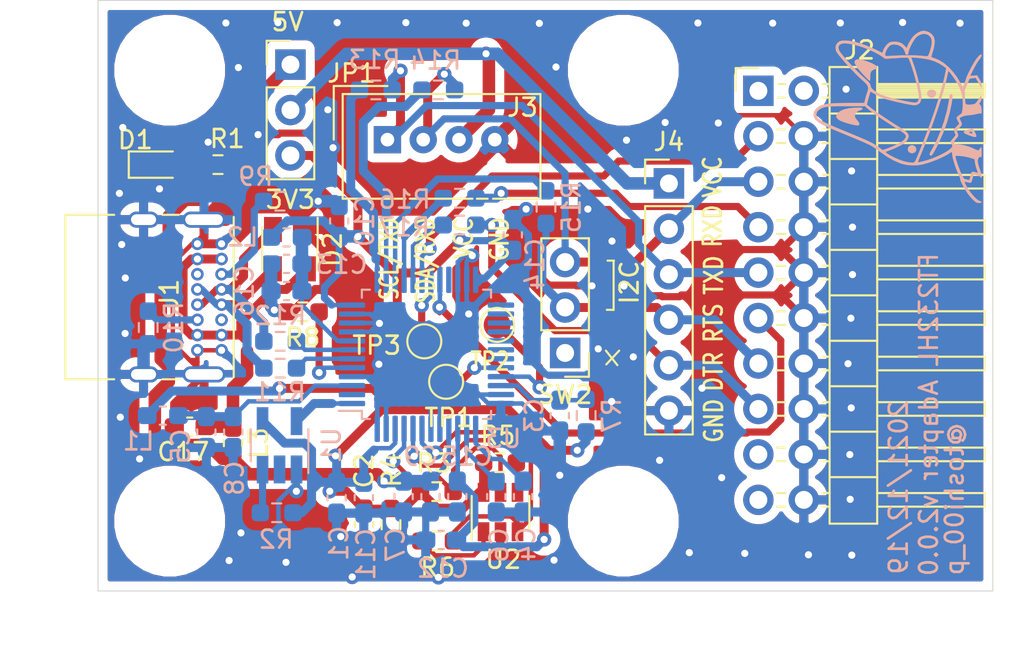
<source format=kicad_pcb>
(kicad_pcb (version 20171130) (host pcbnew "(5.1.10-1-10_14)")
  (layers (0 F.Cu signal) (31 B.Cu signal) (34 B.Paste user) (35 F.Paste user) (36 B.SilkS user) (37 F.SilkS user) (38 B.Mask user) (39 F.Mask user) (44 Edge.Cuts user))
  (net 0 "")
  (net 1 GND)
  (net 2 +3V3)
  (net 3 "Net-(C3-Pad1)")
  (net 4 /ft232hl/VCCA)
  (net 5 /ft232hl/VPHY)
  (net 6 +1V8)
  (net 7 +5V)
  (net 8 /ft232hl/VPLL)
  (net 9 /usb_c/VBUS)
  (net 10 "Net-(D1-Pad2)")
  (net 11 /usb_c/D-)
  (net 12 /usb_c/D+)
  (net 13 "Net-(J1-PadB5)")
  (net 14 "Net-(J1-PadB8)")
  (net 15 "Net-(J1-PadA8)")
  (net 16 "Net-(J1-PadA5)")
  (net 17 "Net-(J2-Pad19)")
  (net 18 "Net-(J2-Pad17)")
  (net 19 /connector/DTR)
  (net 20 /connector/JTAG_TDO)
  (net 21 /ft232hl/JTAG_RTCK)
  (net 22 /connector/JTAG_TCK)
  (net 23 /connector/JTAG_TMS)
  (net 24 /connector/JTAG_TDI)
  (net 25 /connector/~TRST)
  (net 26 "Net-(J2-Pad2)")
  (net 27 "Net-(J2-Pad1)")
  (net 28 /connector/CONN_VCC)
  (net 29 "Net-(R2-Pad2)")
  (net 30 /ft232hl/EEPROM_CS)
  (net 31 /ft232hl/EEPROM_CLK)
  (net 32 /ft232hl/EEPROM_DATA)
  (net 33 "Net-(R8-Pad1)")
  (net 34 /ft232hl/USB_D-)
  (net 35 /ft232hl/USB_D+)
  (net 36 /connector/ADBUS0)
  (net 37 /connector/ADBUS1)
  (net 38 /connector/ADBUS2)
  (net 39 /connector/ADBUS3)
  (net 40 /connector/ADBUS4)
  (net 41 "Net-(SW2-Pad1)")
  (net 42 "Net-(TP1-Pad1)")
  (net 43 "Net-(TP2-Pad1)")
  (net 44 "Net-(TP3-Pad1)")
  (net 45 /ft232hl/XCSI)
  (net 46 "Net-(U1-Pad2)")
  (net 47 "Net-(U3-Pad31)")
  (net 48 "Net-(U3-Pad30)")
  (net 49 "Net-(U3-Pad29)")
  (net 50 "Net-(U3-Pad28)")
  (net 51 "Net-(U3-Pad27)")
  (net 52 "Net-(U3-Pad26)")
  (net 53 "Net-(U3-Pad25)")
  (net 54 "Net-(U3-Pad21)")
  (net 55 /ft232hl/XCSO)
  (net 56 "Net-(R4-Pad2)")
  (module seccamp:ruka_9.5 (layer B.Cu) (at 164.61 126.46 270)
    (fp_text reference G*** hide)
    (fp_text value LOGO hide)
  )
  (module Connector:NS-Tech_Grove_1x04_P2mm_Vertical (layer F.Cu) (at 136.17 127.78 90)
    (fp_text reference J3 (at 1.8 7.55 180) (layer F.SilkS))
    (fp_text value Grove-I2C-connector)
    (pad 4 thru_hole circle (at 0 6 90) (size 1.524 1.524) (drill 0.762) (layers *.Cu *.Mask) (net 1 GND))
    (pad 3 thru_hole circle (at 0 4 90) (size 1.524 1.524) (drill 0.762) (layers *.Cu *.Mask) (net 28 /connector/CONN_VCC))
    (pad 2 thru_hole circle (at 0 2 90) (size 1.524 1.524) (drill 0.762) (layers *.Cu *.Mask) (net 24 /connector/JTAG_TDI))
    (pad 1 thru_hole rect (at 0 0 90) (size 1.524 1.524) (drill 0.762) (layers *.Cu *.Mask) (net 22 /connector/JTAG_TCK))
  )
  (module MountingHole:MountingHole_3.2mm_M3 (layer F.Cu) (at 149.35 149.1)
    (fp_text reference REF** hide)
    (fp_text value MountingHole_3.2mm_M3)
    (pad "" np_thru_hole circle (at 0 0) (size 3.2 3.2) (drill 3.2) (layers *.Cu *.Mask) (clearance 1.5))
  )
  (module MountingHole:MountingHole_3.2mm_M3 (layer F.Cu) (at 149.35 123.9)
    (fp_text reference REF** hide)
    (fp_text value MountingHole_3.2mm_M3)
    (pad "" np_thru_hole circle (at 0 0) (size 3.2 3.2) (drill 3.2) (layers *.Cu *.Mask) (clearance 1.5))
  )
  (module MountingHole:MountingHole_3.2mm_M3 (layer F.Cu) (at 124 123.9)
    (fp_text reference REF** hide)
    (fp_text value MountingHole_3.2mm_M3)
    (pad "" np_thru_hole circle (at 0 0) (size 3.2 3.2) (drill 3.2) (layers *.Cu *.Mask) (clearance 1.5))
  )
  (module MountingHole:MountingHole_3.2mm_M3 (layer F.Cu) (at 124 149.1)
    (fp_text reference REF** hide)
    (fp_text value MountingHole_3.2mm_M3)
    (pad "" np_thru_hole circle (at 0 0) (size 3.2 3.2) (drill 3.2) (layers *.Cu *.Mask) (clearance 1.5))
  )
  (module Package_QFP:LQFP-48_7x7mm_P0.5mm (layer B.Cu) (at 138.35 139.775)
    (fp_text reference U3 (at 4.3 4.715) (layer B.SilkS) (effects (justify mirror)))
    (fp_text value FT232H)
    (pad 48 smd roundrect (at -2.75 4.1625) (size 0.3 1.475) (layers B.Cu B.Paste B.Mask) (net 1 GND))
    (pad 47 smd roundrect (at -2.25 4.1625) (size 0.3 1.475) (layers B.Cu B.Paste B.Mask) (net 1 GND))
    (pad 46 smd roundrect (at -1.75 4.1625) (size 0.3 1.475) (layers B.Cu B.Paste B.Mask) (net 2 +3V3))
    (pad 45 smd roundrect (at -1.25 4.1625) (size 0.3 1.475) (layers B.Cu B.Paste B.Mask) (net 30 /ft232hl/EEPROM_CS))
    (pad 44 smd roundrect (at -0.75 4.1625) (size 0.3 1.475) (layers B.Cu B.Paste B.Mask) (net 31 /ft232hl/EEPROM_CLK))
    (pad 43 smd roundrect (at -0.25 4.1625) (size 0.3 1.475) (layers B.Cu B.Paste B.Mask) (net 32 /ft232hl/EEPROM_DATA))
    (pad 42 smd roundrect (at 0.25 4.1625) (size 0.3 1.475) (layers B.Cu B.Paste B.Mask) (net 1 GND))
    (pad 41 smd roundrect (at 0.75 4.1625) (size 0.3 1.475) (layers B.Cu B.Paste B.Mask) (net 1 GND))
    (pad 40 smd roundrect (at 1.25 4.1625) (size 0.3 1.475) (layers B.Cu B.Paste B.Mask) (net 7 +5V))
    (pad 39 smd roundrect (at 1.75 4.1625) (size 0.3 1.475) (layers B.Cu B.Paste B.Mask) (net 2 +3V3))
    (pad 38 smd roundrect (at 2.25 4.1625) (size 0.3 1.475) (layers B.Cu B.Paste B.Mask) (net 6 +1V8))
    (pad 37 smd roundrect (at 2.75 4.1625) (size 0.3 1.475) (layers B.Cu B.Paste B.Mask) (net 4 /ft232hl/VCCA))
    (pad 36 smd roundrect (at 4.1625 2.75) (size 1.475 0.3) (layers B.Cu B.Paste B.Mask) (net 1 GND))
    (pad 35 smd roundrect (at 4.1625 2.25) (size 1.475 0.3) (layers B.Cu B.Paste B.Mask) (net 1 GND))
    (pad 34 smd roundrect (at 4.1625 1.75) (size 1.475 0.3) (layers B.Cu B.Paste B.Mask) (net 3 "Net-(C3-Pad1)"))
    (pad 33 smd roundrect (at 4.1625 1.25) (size 1.475 0.3) (layers B.Cu B.Paste B.Mask) (net 43 "Net-(TP2-Pad1)"))
    (pad 32 smd roundrect (at 4.1625 0.75) (size 1.475 0.3) (layers B.Cu B.Paste B.Mask) (net 42 "Net-(TP1-Pad1)"))
    (pad 31 smd roundrect (at 4.1625 0.25) (size 1.475 0.3) (layers B.Cu B.Paste B.Mask) (net 47 "Net-(U3-Pad31)"))
    (pad 30 smd roundrect (at 4.1625 -0.25) (size 1.475 0.3) (layers B.Cu B.Paste B.Mask) (net 48 "Net-(U3-Pad30)"))
    (pad 29 smd roundrect (at 4.1625 -0.75) (size 1.475 0.3) (layers B.Cu B.Paste B.Mask) (net 49 "Net-(U3-Pad29)"))
    (pad 28 smd roundrect (at 4.1625 -1.25) (size 1.475 0.3) (layers B.Cu B.Paste B.Mask) (net 50 "Net-(U3-Pad28)"))
    (pad 27 smd roundrect (at 4.1625 -1.75) (size 1.475 0.3) (layers B.Cu B.Paste B.Mask) (net 51 "Net-(U3-Pad27)"))
    (pad 26 smd roundrect (at 4.1625 -2.25) (size 1.475 0.3) (layers B.Cu B.Paste B.Mask) (net 52 "Net-(U3-Pad26)"))
    (pad 25 smd roundrect (at 4.1625 -2.75) (size 1.475 0.3) (layers B.Cu B.Paste B.Mask) (net 53 "Net-(U3-Pad25)"))
    (pad 24 smd roundrect (at 2.75 -4.1625) (size 0.3 1.475) (layers B.Cu B.Paste B.Mask) (net 2 +3V3))
    (pad 23 smd roundrect (at 2.25 -4.1625) (size 0.3 1.475) (layers B.Cu B.Paste B.Mask) (net 1 GND))
    (pad 22 smd roundrect (at 1.75 -4.1625) (size 0.3 1.475) (layers B.Cu B.Paste B.Mask) (net 1 GND))
    (pad 21 smd roundrect (at 1.25 -4.1625) (size 0.3 1.475) (layers B.Cu B.Paste B.Mask) (net 54 "Net-(U3-Pad21)"))
    (pad 20 smd roundrect (at 0.75 -4.1625) (size 0.3 1.475) (layers B.Cu B.Paste B.Mask) (net 21 /ft232hl/JTAG_RTCK))
    (pad 19 smd roundrect (at 0.25 -4.1625) (size 0.3 1.475) (layers B.Cu B.Paste B.Mask) (net 44 "Net-(TP3-Pad1)"))
    (pad 18 smd roundrect (at -0.25 -4.1625) (size 0.3 1.475) (layers B.Cu B.Paste B.Mask) (net 25 /connector/~TRST))
    (pad 17 smd roundrect (at -0.75 -4.1625) (size 0.3 1.475) (layers B.Cu B.Paste B.Mask) (net 40 /connector/ADBUS4))
    (pad 16 smd roundrect (at -1.25 -4.1625) (size 0.3 1.475) (layers B.Cu B.Paste B.Mask) (net 39 /connector/ADBUS3))
    (pad 15 smd roundrect (at -1.75 -4.1625) (size 0.3 1.475) (layers B.Cu B.Paste B.Mask) (net 38 /connector/ADBUS2))
    (pad 14 smd roundrect (at -2.25 -4.1625) (size 0.3 1.475) (layers B.Cu B.Paste B.Mask) (net 37 /connector/ADBUS1))
    (pad 13 smd roundrect (at -2.75 -4.1625) (size 0.3 1.475) (layers B.Cu B.Paste B.Mask) (net 36 /connector/ADBUS0))
    (pad 12 smd roundrect (at -4.1625 -2.75) (size 1.475 0.3) (layers B.Cu B.Paste B.Mask) (net 2 +3V3))
    (pad 11 smd roundrect (at -4.1625 -2.25) (size 1.475 0.3) (layers B.Cu B.Paste B.Mask) (net 1 GND))
    (pad 10 smd roundrect (at -4.1625 -1.75) (size 1.475 0.3) (layers B.Cu B.Paste B.Mask) (net 1 GND))
    (pad 9 smd roundrect (at -4.1625 -1.25) (size 1.475 0.3) (layers B.Cu B.Paste B.Mask) (net 1 GND))
    (pad 8 smd roundrect (at -4.1625 -0.75) (size 1.475 0.3) (layers B.Cu B.Paste B.Mask) (net 8 /ft232hl/VPLL))
    (pad 7 smd roundrect (at -4.1625 -0.25) (size 1.475 0.3) (layers B.Cu B.Paste B.Mask) (net 35 /ft232hl/USB_D+))
    (pad 6 smd roundrect (at -4.1625 0.25) (size 1.475 0.3) (layers B.Cu B.Paste B.Mask) (net 34 /ft232hl/USB_D-))
    (pad 5 smd roundrect (at -4.1625 0.75) (size 1.475 0.3) (layers B.Cu B.Paste B.Mask) (net 33 "Net-(R8-Pad1)"))
    (pad 4 smd roundrect (at -4.1625 1.25) (size 1.475 0.3) (layers B.Cu B.Paste B.Mask) (net 1 GND))
    (pad 3 smd roundrect (at -4.1625 1.75) (size 1.475 0.3) (layers B.Cu B.Paste B.Mask) (net 5 /ft232hl/VPHY))
    (pad 2 smd roundrect (at -4.1625 2.25) (size 1.475 0.3) (layers B.Cu B.Paste B.Mask) (net 55 /ft232hl/XCSO))
    (pad 1 smd roundrect (at -4.1625 2.75) (size 1.475 0.3) (layers B.Cu B.Paste B.Mask) (net 45 /ft232hl/XCSI))
  )
  (module Package_TO_SOT_SMD:SOT-23-6 (layer F.Cu) (at 142.49 148.59 90)
    (fp_text reference U2 (at -2.655 0.155 180) (layer F.SilkS))
    (fp_text value N.F./93LC56BT-I/OT)
    (pad 5 smd rect (at 1.1 0 90) (size 1.06 0.65) (layers F.Cu F.Paste F.Mask) (net 30 /ft232hl/EEPROM_CS))
    (pad 6 smd rect (at 1.1 -0.95 90) (size 1.06 0.65) (layers F.Cu F.Paste F.Mask) (net 2 +3V3))
    (pad 4 smd rect (at 1.1 0.95 90) (size 1.06 0.65) (layers F.Cu F.Paste F.Mask) (net 31 /ft232hl/EEPROM_CLK))
    (pad 3 smd rect (at -1.1 0.95 90) (size 1.06 0.65) (layers F.Cu F.Paste F.Mask) (net 32 /ft232hl/EEPROM_DATA))
    (pad 2 smd rect (at -1.1 0 90) (size 1.06 0.65) (layers F.Cu F.Paste F.Mask) (net 1 GND))
    (pad 1 smd rect (at -1.1 -0.95 90) (size 1.06 0.65) (layers F.Cu F.Paste F.Mask) (net 56 "Net-(R4-Pad2)"))
  )
  (module Package_TO_SOT_SMD:SOT-23-5_HandSoldering (layer B.Cu) (at 130.14 144.86 90)
    (fp_text reference U1 (at 0 2.9 90) (layer B.SilkS) (effects (justify mirror)))
    (fp_text value SiT2001B-MEMS-Clock-Generator)
    (pad 5 smd rect (at 1.35 0.95 90) (size 1.56 0.65) (layers B.Cu B.Paste B.Mask) (net 45 /ft232hl/XCSI))
    (pad 4 smd rect (at 1.35 -0.95 90) (size 1.56 0.65) (layers B.Cu B.Paste B.Mask) (net 2 +3V3))
    (pad 3 smd rect (at -1.35 -0.95 90) (size 1.56 0.65) (layers B.Cu B.Paste B.Mask) (net 29 "Net-(R2-Pad2)"))
    (pad 2 smd rect (at -1.35 0 90) (size 1.56 0.65) (layers B.Cu B.Paste B.Mask) (net 46 "Net-(U1-Pad2)"))
    (pad 1 smd rect (at -1.35 0.95 90) (size 1.56 0.65) (layers B.Cu B.Paste B.Mask) (net 1 GND))
  )
  (module TestPoint:TestPoint_Pad_D1.5mm (layer F.Cu) (at 138.23 139.05)
    (fp_text reference TP3 (at -2.66 0.23) (layer F.SilkS))
    (fp_text value TestPoint)
    (pad 1 smd circle (at 0 0) (size 1.5 1.5) (layers F.Cu F.Mask) (net 44 "Net-(TP3-Pad1)"))
  )
  (module TestPoint:TestPoint_Pad_D1.5mm (layer F.Cu) (at 142.3 138.13)
    (fp_text reference TP2 (at -0.4 2.04) (layer F.SilkS) (effects (font (size 1 0.8))))
    (fp_text value TestPoint)
    (pad 1 smd circle (at 0 0) (size 1.5 1.5) (layers F.Cu F.Mask) (net 43 "Net-(TP2-Pad1)"))
  )
  (module TestPoint:TestPoint_Pad_D1.5mm (layer F.Cu) (at 139.45 141.31)
    (fp_text reference TP1 (at 0.15 2.01) (layer F.SilkS))
    (fp_text value TestPoint)
    (pad 1 smd circle (at 0 0) (size 1.5 1.5) (layers F.Cu F.Mask) (net 42 "Net-(TP1-Pad1)"))
  )
  (module Connector_PinHeader_2.54mm:PinHeader_1x03_P2.54mm_Vertical (layer F.Cu) (at 146.1 139.7 180)
    (fp_text reference SW2 (at 0 -2.33) (layer F.SilkS))
    (fp_text value SW_SPDT)
    (pad 3 thru_hole oval (at 0 5.08 180) (size 1.7 1.7) (drill 1) (layers *.Cu *.Mask) (net 24 /connector/JTAG_TDI))
    (pad 2 thru_hole oval (at 0 2.54 180) (size 1.7 1.7) (drill 1) (layers *.Cu *.Mask) (net 20 /connector/JTAG_TDO))
    (pad 1 thru_hole rect (at 0 0 180) (size 1.7 1.7) (drill 1) (layers *.Cu *.Mask) (net 41 "Net-(SW2-Pad1)"))
  )
  (module Resistor_SMD:R_0603_1608Metric_Pad0.98x0.95mm_HandSolder (layer B.Cu) (at 140.2 132.55)
    (fp_text reference R17 (at -3.11 0.12) (layer B.SilkS) (effects (justify mirror)))
    (fp_text value 0Ω)
    (pad 2 smd roundrect (at 0.9125 0) (size 0.975 0.95) (layers B.Cu B.Paste B.Mask) (net 19 /connector/DTR))
    (pad 1 smd roundrect (at -0.9125 0) (size 0.975 0.95) (layers B.Cu B.Paste B.Mask) (net 40 /connector/ADBUS4))
  )
  (module Resistor_SMD:R_0603_1608Metric_Pad0.98x0.95mm_HandSolder (layer B.Cu) (at 140.2 131.05)
    (fp_text reference R16 (at -3.07 0.07) (layer B.SilkS) (effects (justify mirror)))
    (fp_text value 0Ω)
    (pad 2 smd roundrect (at 0.9125 0) (size 0.975 0.95) (layers B.Cu B.Paste B.Mask) (net 23 /connector/JTAG_TMS))
    (pad 1 smd roundrect (at -0.9125 0) (size 0.975 0.95) (layers B.Cu B.Paste B.Mask) (net 39 /connector/ADBUS3))
  )
  (module Resistor_SMD:R_0603_1608Metric_Pad0.98x0.95mm_HandSolder (layer B.Cu) (at 145.03 131.55 270)
    (fp_text reference R15 (at 0 -1.42 270) (layer B.SilkS) (effects (justify mirror)))
    (fp_text value 0Ω)
    (pad 2 smd roundrect (at 0.9125 0 270) (size 0.975 0.95) (layers B.Cu B.Paste B.Mask) (net 20 /connector/JTAG_TDO))
    (pad 1 smd roundrect (at -0.9125 0 270) (size 0.975 0.95) (layers B.Cu B.Paste B.Mask) (net 38 /connector/ADBUS2))
  )
  (module Resistor_SMD:R_0603_1608Metric_Pad0.98x0.95mm_HandSolder (layer B.Cu) (at 139.0125 125)
    (fp_text reference R14 (at -0.1725 -1.65) (layer B.SilkS) (effects (justify mirror)))
    (fp_text value 0Ω)
    (pad 2 smd roundrect (at 0.9125 0) (size 0.975 0.95) (layers B.Cu B.Paste B.Mask) (net 24 /connector/JTAG_TDI))
    (pad 1 smd roundrect (at -0.9125 0) (size 0.975 0.95) (layers B.Cu B.Paste B.Mask) (net 37 /connector/ADBUS1))
  )
  (module Resistor_SMD:R_0603_1608Metric_Pad0.98x0.95mm_HandSolder (layer B.Cu) (at 135.5225 125)
    (fp_text reference R13 (at -0.0725 -1.69) (layer B.SilkS) (effects (justify mirror)))
    (fp_text value 0Ω)
    (pad 2 smd roundrect (at 0.9125 0) (size 0.975 0.95) (layers B.Cu B.Paste B.Mask) (net 22 /connector/JTAG_TCK))
    (pad 1 smd roundrect (at -0.9125 0) (size 0.975 0.95) (layers B.Cu B.Paste B.Mask) (net 36 /connector/ADBUS0))
  )
  (module Resistor_SMD:R_0603_1608Metric_Pad0.98x0.95mm_HandSolder (layer B.Cu) (at 130.175 139.05 180)
    (fp_text reference R12 (at 0 1.43) (layer B.SilkS) (effects (justify mirror)))
    (fp_text value 0R)
    (pad 2 smd roundrect (at 0.9125 0 180) (size 0.975 0.95) (layers B.Cu B.Paste B.Mask) (net 12 /usb_c/D+))
    (pad 1 smd roundrect (at -0.9125 0 180) (size 0.975 0.95) (layers B.Cu B.Paste B.Mask) (net 35 /ft232hl/USB_D+))
  )
  (module Resistor_SMD:R_0603_1608Metric_Pad0.98x0.95mm_HandSolder (layer B.Cu) (at 130.175 140.55 180)
    (fp_text reference R11 (at 0.015 -1.33) (layer B.SilkS) (effects (justify mirror)))
    (fp_text value 0R)
    (pad 2 smd roundrect (at 0.9125 0 180) (size 0.975 0.95) (layers B.Cu B.Paste B.Mask) (net 11 /usb_c/D-))
    (pad 1 smd roundrect (at -0.9125 0 180) (size 0.975 0.95) (layers B.Cu B.Paste B.Mask) (net 34 /ft232hl/USB_D-))
  )
  (module Resistor_SMD:R_0603_1608Metric_Pad0.98x0.95mm_HandSolder (layer B.Cu) (at 122.8 138.275 90)
    (fp_text reference R10 (at 0 1.43 90) (layer B.SilkS) (effects (justify mirror)))
    (fp_text value 5.1k)
    (pad 2 smd roundrect (at 0.9125 0 90) (size 0.975 0.95) (layers B.Cu B.Paste B.Mask) (net 13 "Net-(J1-PadB5)"))
    (pad 1 smd roundrect (at -0.9125 0 90) (size 0.975 0.95) (layers B.Cu B.Paste B.Mask) (net 1 GND))
  )
  (module Resistor_SMD:R_0603_1608Metric_Pad0.98x0.95mm_HandSolder (layer B.Cu) (at 130.16 131.22 180)
    (fp_text reference R9 (at 1.35 1.38) (layer B.SilkS) (effects (justify mirror)))
    (fp_text value 5.1k)
    (pad 2 smd roundrect (at 0.9125 0 180) (size 0.975 0.95) (layers B.Cu B.Paste B.Mask) (net 16 "Net-(J1-PadA5)"))
    (pad 1 smd roundrect (at -0.9125 0 180) (size 0.975 0.95) (layers B.Cu B.Paste B.Mask) (net 1 GND))
  )
  (module Resistor_SMD:R_0603_1608Metric_Pad0.98x0.95mm_HandSolder (layer F.Cu) (at 131.44 137.4 180)
    (fp_text reference R8 (at 0 -1.43) (layer F.SilkS))
    (fp_text value 12k/1%)
    (pad 2 smd roundrect (at 0.9125 0 180) (size 0.975 0.95) (layers F.Cu F.Paste F.Mask) (net 1 GND))
    (pad 1 smd roundrect (at -0.9125 0 180) (size 0.975 0.95) (layers F.Cu F.Paste F.Mask) (net 33 "Net-(R8-Pad1)"))
  )
  (module Resistor_SMD:R_0603_1608Metric_Pad0.98x0.95mm_HandSolder (layer B.Cu) (at 147.275 143.2 90)
    (fp_text reference R7 (at 0 1.43 90) (layer B.SilkS) (effects (justify mirror)))
    (fp_text value 10k)
    (pad 2 smd roundrect (at 0.9125 0 90) (size 0.975 0.95) (layers B.Cu B.Paste B.Mask) (net 3 "Net-(C3-Pad1)"))
    (pad 1 smd roundrect (at -0.9125 0 90) (size 0.975 0.95) (layers B.Cu B.Paste B.Mask) (net 2 +3V3))
  )
  (module Resistor_SMD:R_0603_1608Metric_Pad0.98x0.95mm_HandSolder (layer F.Cu) (at 138.95 150.21)
    (fp_text reference R6 (at 0.03 1.47) (layer F.SilkS))
    (fp_text value N.F./2k)
    (pad 2 smd roundrect (at 0.9125 0) (size 0.975 0.95) (layers F.Cu F.Paste F.Mask) (net 32 /ft232hl/EEPROM_DATA))
    (pad 1 smd roundrect (at -0.9125 0) (size 0.975 0.95) (layers F.Cu F.Paste F.Mask) (net 56 "Net-(R4-Pad2)"))
  )
  (module Resistor_SMD:R_0603_1608Metric_Pad0.98x0.95mm_HandSolder (layer F.Cu) (at 142.46 145.83)
    (fp_text reference R5 (at -0.12 -1.51) (layer F.SilkS))
    (fp_text value N.F./10k)
    (pad 2 smd roundrect (at 0.9125 0) (size 0.975 0.95) (layers F.Cu F.Paste F.Mask) (net 31 /ft232hl/EEPROM_CLK))
    (pad 1 smd roundrect (at -0.9125 0) (size 0.975 0.95) (layers F.Cu F.Paste F.Mask) (net 2 +3V3))
  )
  (module Resistor_SMD:R_0603_1608Metric_Pad0.98x0.95mm_HandSolder (layer F.Cu) (at 136.37 149.3 270)
    (fp_text reference R4 (at -3.06 -0.04 90) (layer F.SilkS))
    (fp_text value N.F./10k)
    (pad 2 smd roundrect (at 0.9125 0 270) (size 0.975 0.95) (layers F.Cu F.Paste F.Mask) (net 56 "Net-(R4-Pad2)"))
    (pad 1 smd roundrect (at -0.9125 0 270) (size 0.975 0.95) (layers F.Cu F.Paste F.Mask) (net 2 +3V3))
  )
  (module Resistor_SMD:R_0603_1608Metric_Pad0.98x0.95mm_HandSolder (layer F.Cu) (at 138.93 147.45)
    (fp_text reference R3 (at -0.17 -1.59) (layer F.SilkS))
    (fp_text value N.F./10k)
    (pad 2 smd roundrect (at 0.9125 0) (size 0.975 0.95) (layers F.Cu F.Paste F.Mask) (net 30 /ft232hl/EEPROM_CS))
    (pad 1 smd roundrect (at -0.9125 0) (size 0.975 0.95) (layers F.Cu F.Paste F.Mask) (net 2 +3V3))
  )
  (module Resistor_SMD:R_0603_1608Metric_Pad0.98x0.95mm_HandSolder (layer B.Cu) (at 129.98 148.63 180)
    (fp_text reference R2 (at 0.03 -1.49) (layer B.SilkS) (effects (justify mirror)))
    (fp_text value 10k)
    (pad 2 smd roundrect (at 0.9125 0 180) (size 0.975 0.95) (layers B.Cu B.Paste B.Mask) (net 29 "Net-(R2-Pad2)"))
    (pad 1 smd roundrect (at -0.9125 0 180) (size 0.975 0.95) (layers B.Cu B.Paste B.Mask) (net 2 +3V3))
  )
  (module Resistor_SMD:R_0603_1608Metric_Pad0.98x0.95mm_HandSolder (layer F.Cu) (at 126.7 129.175 180)
    (fp_text reference R1 (at -0.52 1.445) (layer F.SilkS))
    (fp_text value 1k)
    (pad 2 smd roundrect (at 0.9125 0 180) (size 0.975 0.95) (layers F.Cu F.Paste F.Mask) (net 10 "Net-(D1-Pad2)"))
    (pad 1 smd roundrect (at -0.9125 0 180) (size 0.975 0.95) (layers F.Cu F.Paste F.Mask) (net 7 +5V))
  )
  (module Inductor_SMD:L_0603_1608Metric_Pad1.05x0.95mm_HandSolder (layer F.Cu) (at 127.54 144.74 270)
    (fp_text reference L3 (at 0 -1.43 90) (layer F.SilkS))
    (fp_text value 600R/0.5A)
    (pad 2 smd roundrect (at 0.875 0 270) (size 1.05 0.95) (layers F.Cu F.Paste F.Mask) (net 7 +5V))
    (pad 1 smd roundrect (at -0.875 0 270) (size 1.05 0.95) (layers F.Cu F.Paste F.Mask) (net 9 /usb_c/VBUS))
  )
  (module Inductor_SMD:L_0603_1608Metric_Pad1.05x0.95mm_HandSolder (layer B.Cu) (at 130.53 133.24)
    (fp_text reference L2 (at -2.46 -0.01) (layer B.SilkS) (effects (justify mirror)))
    (fp_text value 600R/0.5A)
    (pad 2 smd roundrect (at 0.875 0) (size 1.05 0.95) (layers B.Cu B.Paste B.Mask) (net 8 /ft232hl/VPLL))
    (pad 1 smd roundrect (at -0.875 0) (size 1.05 0.95) (layers B.Cu B.Paste B.Mask) (net 2 +3V3))
  )
  (module Inductor_SMD:L_0603_1608Metric_Pad1.05x0.95mm_HandSolder (layer B.Cu) (at 123.62 143.2)
    (fp_text reference L1 (at -1.36 1.43) (layer B.SilkS) (effects (justify mirror)))
    (fp_text value 600R/0.5A)
    (pad 2 smd roundrect (at 0.875 0) (size 1.05 0.95) (layers B.Cu B.Paste B.Mask) (net 5 /ft232hl/VPHY))
    (pad 1 smd roundrect (at -0.875 0) (size 1.05 0.95) (layers B.Cu B.Paste B.Mask) (net 2 +3V3))
  )
  (module Connector_PinHeader_2.54mm:PinHeader_1x03_P2.54mm_Vertical (layer F.Cu) (at 130.75 123.585)
    (fp_text reference JP1 (at 3.42 0.485) (layer F.SilkS))
    (fp_text value Jumper_3_Bridged12)
    (pad 3 thru_hole oval (at 0 5.08) (size 1.7 1.7) (drill 1) (layers *.Cu *.Mask) (net 2 +3V3))
    (pad 2 thru_hole oval (at 0 2.54) (size 1.7 1.7) (drill 1) (layers *.Cu *.Mask) (net 28 /connector/CONN_VCC))
    (pad 1 thru_hole rect (at 0 0) (size 1.7 1.7) (drill 1) (layers *.Cu *.Mask) (net 7 +5V))
  )
  (module Connector_PinHeader_2.54mm:PinHeader_1x06_P2.54mm_Vertical (layer F.Cu) (at 151.9 130.225)
    (fp_text reference J4 (at 0 -2.33) (layer F.SilkS))
    (fp_text value Conn_01x06)
    (pad 6 thru_hole oval (at 0 12.7) (size 1.7 1.7) (drill 1) (layers *.Cu *.Mask) (net 1 GND))
    (pad 5 thru_hole oval (at 0 10.16) (size 1.7 1.7) (drill 1) (layers *.Cu *.Mask) (net 19 /connector/DTR))
    (pad 4 thru_hole oval (at 0 7.62) (size 1.7 1.7) (drill 1) (layers *.Cu *.Mask) (net 20 /connector/JTAG_TDO))
    (pad 3 thru_hole oval (at 0 5.08) (size 1.7 1.7) (drill 1) (layers *.Cu *.Mask) (net 22 /connector/JTAG_TCK))
    (pad 2 thru_hole oval (at 0 2.54) (size 1.7 1.7) (drill 1) (layers *.Cu *.Mask) (net 24 /connector/JTAG_TDI))
    (pad 1 thru_hole rect (at 0 0) (size 1.7 1.7) (drill 1) (layers *.Cu *.Mask) (net 28 /connector/CONN_VCC))
  )
  (module Connector_PinHeader_2.54mm:PinHeader_2x10_P2.54mm_Horizontal (layer F.Cu) (at 156.9 125.05)
    (fp_text reference J2 (at 5.655 -2.27) (layer F.SilkS))
    (fp_text value Conn_ARM_JTAG_SWD_20)
    (pad 20 thru_hole oval (at 2.54 22.86) (size 1.7 1.7) (drill 1) (layers *.Cu *.Mask) (net 1 GND))
    (pad 19 thru_hole oval (at 0 22.86) (size 1.7 1.7) (drill 1) (layers *.Cu *.Mask) (net 17 "Net-(J2-Pad19)"))
    (pad 18 thru_hole oval (at 2.54 20.32) (size 1.7 1.7) (drill 1) (layers *.Cu *.Mask) (net 1 GND))
    (pad 17 thru_hole oval (at 0 20.32) (size 1.7 1.7) (drill 1) (layers *.Cu *.Mask) (net 18 "Net-(J2-Pad17)"))
    (pad 16 thru_hole oval (at 2.54 17.78) (size 1.7 1.7) (drill 1) (layers *.Cu *.Mask) (net 1 GND))
    (pad 15 thru_hole oval (at 0 17.78) (size 1.7 1.7) (drill 1) (layers *.Cu *.Mask) (net 19 /connector/DTR))
    (pad 14 thru_hole oval (at 2.54 15.24) (size 1.7 1.7) (drill 1) (layers *.Cu *.Mask) (net 1 GND))
    (pad 13 thru_hole oval (at 0 15.24) (size 1.7 1.7) (drill 1) (layers *.Cu *.Mask) (net 20 /connector/JTAG_TDO))
    (pad 12 thru_hole oval (at 2.54 12.7) (size 1.7 1.7) (drill 1) (layers *.Cu *.Mask) (net 1 GND))
    (pad 11 thru_hole oval (at 0 12.7) (size 1.7 1.7) (drill 1) (layers *.Cu *.Mask) (net 21 /ft232hl/JTAG_RTCK))
    (pad 10 thru_hole oval (at 2.54 10.16) (size 1.7 1.7) (drill 1) (layers *.Cu *.Mask) (net 1 GND))
    (pad 9 thru_hole oval (at 0 10.16) (size 1.7 1.7) (drill 1) (layers *.Cu *.Mask) (net 22 /connector/JTAG_TCK))
    (pad 8 thru_hole oval (at 2.54 7.62) (size 1.7 1.7) (drill 1) (layers *.Cu *.Mask) (net 1 GND))
    (pad 7 thru_hole oval (at 0 7.62) (size 1.7 1.7) (drill 1) (layers *.Cu *.Mask) (net 23 /connector/JTAG_TMS))
    (pad 6 thru_hole oval (at 2.54 5.08) (size 1.7 1.7) (drill 1) (layers *.Cu *.Mask) (net 1 GND))
    (pad 5 thru_hole oval (at 0 5.08) (size 1.7 1.7) (drill 1) (layers *.Cu *.Mask) (net 24 /connector/JTAG_TDI))
    (pad 4 thru_hole oval (at 2.54 2.54) (size 1.7 1.7) (drill 1) (layers *.Cu *.Mask) (net 1 GND))
    (pad 3 thru_hole oval (at 0 2.54) (size 1.7 1.7) (drill 1) (layers *.Cu *.Mask) (net 25 /connector/~TRST))
    (pad 2 thru_hole oval (at 2.54 0) (size 1.7 1.7) (drill 1) (layers *.Cu *.Mask) (net 26 "Net-(J2-Pad2)"))
    (pad 1 thru_hole rect (at 0 0) (size 1.7 1.7) (drill 1) (layers *.Cu *.Mask) (net 27 "Net-(J2-Pad1)"))
  )
  (module Connector_USB:USB_C_Receptacle_GCT_USB4085 (layer F.Cu) (at 126.9 133.6 270)
    (fp_text reference J1 (at 2.82 2.92 90) (layer F.SilkS))
    (fp_text value USB_C_Receptacle_USB2.0)
    (pad S1 thru_hole oval (at 7.3 4.36 270) (size 0.9 1.7) (drill oval 0.6 1.4) (layers *.Cu *.Mask) (net 1 GND))
    (pad S1 thru_hole oval (at -1.35 4.36 270) (size 0.9 1.7) (drill oval 0.6 1.4) (layers *.Cu *.Mask) (net 1 GND))
    (pad S1 thru_hole oval (at 7.3 0.98 270) (size 0.9 2.4) (drill oval 0.6 2.1) (layers *.Cu *.Mask) (net 1 GND))
    (pad S1 thru_hole oval (at -1.35 0.98 270) (size 0.9 2.4) (drill oval 0.6 2.1) (layers *.Cu *.Mask) (net 1 GND))
    (pad B6 thru_hole circle (at 3.4 1.35 270) (size 0.7 0.7) (drill 0.4) (layers *.Cu *.Mask) (net 12 /usb_c/D+))
    (pad B1 thru_hole circle (at 5.95 1.35 270) (size 0.7 0.7) (drill 0.4) (layers *.Cu *.Mask) (net 1 GND))
    (pad B4 thru_hole circle (at 5.1 1.35 270) (size 0.7 0.7) (drill 0.4) (layers *.Cu *.Mask) (net 9 /usb_c/VBUS))
    (pad B5 thru_hole circle (at 4.25 1.35 270) (size 0.7 0.7) (drill 0.4) (layers *.Cu *.Mask) (net 13 "Net-(J1-PadB5)"))
    (pad B12 thru_hole circle (at 0 1.35 270) (size 0.7 0.7) (drill 0.4) (layers *.Cu *.Mask) (net 1 GND))
    (pad B8 thru_hole circle (at 1.7 1.35 270) (size 0.7 0.7) (drill 0.4) (layers *.Cu *.Mask) (net 14 "Net-(J1-PadB8)"))
    (pad B7 thru_hole circle (at 2.55 1.35 270) (size 0.7 0.7) (drill 0.4) (layers *.Cu *.Mask) (net 11 /usb_c/D-))
    (pad B9 thru_hole circle (at 0.85 1.35 270) (size 0.7 0.7) (drill 0.4) (layers *.Cu *.Mask) (net 9 /usb_c/VBUS))
    (pad A12 thru_hole circle (at 5.95 0 270) (size 0.7 0.7) (drill 0.4) (layers *.Cu *.Mask) (net 1 GND))
    (pad A9 thru_hole circle (at 5.1 0 270) (size 0.7 0.7) (drill 0.4) (layers *.Cu *.Mask) (net 9 /usb_c/VBUS))
    (pad A8 thru_hole circle (at 4.25 0 270) (size 0.7 0.7) (drill 0.4) (layers *.Cu *.Mask) (net 15 "Net-(J1-PadA8)"))
    (pad A7 thru_hole circle (at 3.4 0 270) (size 0.7 0.7) (drill 0.4) (layers *.Cu *.Mask) (net 11 /usb_c/D-))
    (pad A6 thru_hole circle (at 2.55 0 270) (size 0.7 0.7) (drill 0.4) (layers *.Cu *.Mask) (net 12 /usb_c/D+))
    (pad A5 thru_hole circle (at 1.7 0 270) (size 0.7 0.7) (drill 0.4) (layers *.Cu *.Mask) (net 16 "Net-(J1-PadA5)"))
    (pad A4 thru_hole circle (at 0.85 0 270) (size 0.7 0.7) (drill 0.4) (layers *.Cu *.Mask) (net 9 /usb_c/VBUS))
    (pad A1 thru_hole circle (at 0 0 270) (size 0.7 0.7) (drill 0.4) (layers *.Cu *.Mask) (net 1 GND))
  )
  (module Package_TO_SOT_SMD:SOT-143 (layer F.Cu) (at 130.72 133.9 270)
    (fp_text reference D2 (at 0.02 -2.38 90) (layer F.SilkS))
    (fp_text value PRTR5V0U2X)
    (pad 4 smd rect (at 1.1 -0.95 180) (size 1 1.4) (layers F.Cu F.Paste F.Mask) (net 9 /usb_c/VBUS))
    (pad 3 smd rect (at 1.1 0.95 180) (size 1 1.4) (layers F.Cu F.Paste F.Mask) (net 11 /usb_c/D-))
    (pad 2 smd rect (at -1.1 0.95 180) (size 1 1.4) (layers F.Cu F.Paste F.Mask) (net 12 /usb_c/D+))
    (pad 1 smd rect (at -1.1 -0.77 180) (size 1.2 1.4) (layers F.Cu F.Paste F.Mask) (net 1 GND))
  )
  (module LED_SMD:LED_0603_1608Metric_Pad1.05x0.95mm_HandSolder (layer F.Cu) (at 123.375 129.175)
    (fp_text reference D1 (at -1.295 -1.385) (layer F.SilkS))
    (fp_text value USBPWR_LED)
    (pad 2 smd roundrect (at 0.875 0) (size 1.05 0.95) (layers F.Cu F.Paste F.Mask) (net 10 "Net-(D1-Pad2)"))
    (pad 1 smd roundrect (at -0.875 0) (size 1.05 0.95) (layers F.Cu F.Paste F.Mask) (net 1 GND))
  )
  (module Capacitor_SMD:C_0603_1608Metric_Pad1.08x0.95mm_HandSolder (layer F.Cu) (at 125.12 143.82 180)
    (fp_text reference C17 (at 0.36 -1.41) (layer F.SilkS))
    (fp_text value 0.01μF)
    (pad 2 smd roundrect (at 0.8625 0 180) (size 1.075 0.95) (layers F.Cu F.Paste F.Mask) (net 1 GND))
    (pad 1 smd roundrect (at -0.8625 0 180) (size 1.075 0.95) (layers F.Cu F.Paste F.Mask) (net 9 /usb_c/VBUS))
  )
  (module Capacitor_SMD:C_0603_1608Metric_Pad1.08x0.95mm_HandSolder (layer B.Cu) (at 130.5325 136.24 180)
    (fp_text reference C16 (at 2.3525 0.01 90) (layer B.SilkS) (effects (justify mirror)))
    (fp_text value 0.1μF)
    (pad 2 smd roundrect (at 0.8625 0 180) (size 1.075 0.95) (layers B.Cu B.Paste B.Mask) (net 1 GND))
    (pad 1 smd roundrect (at -0.8625 0 180) (size 1.075 0.95) (layers B.Cu B.Paste B.Mask) (net 8 /ft232hl/VPLL))
  )
  (module Capacitor_SMD:C_0603_1608Metric_Pad1.08x0.95mm_HandSolder (layer B.Cu) (at 140.075 147.725 270)
    (fp_text reference C15 (at -2.245 -0.525 180) (layer B.SilkS) (effects (justify mirror)))
    (fp_text value 0.1μF)
    (pad 2 smd roundrect (at 0.8625 0 270) (size 1.075 0.95) (layers B.Cu B.Paste B.Mask) (net 1 GND))
    (pad 1 smd roundrect (at -0.8625 0 270) (size 1.075 0.95) (layers B.Cu B.Paste B.Mask) (net 2 +3V3))
  )
  (module Capacitor_SMD:C_0603_1608Metric_Pad1.08x0.95mm_HandSolder (layer B.Cu) (at 143.175 133.1 90)
    (fp_text reference C14 (at -1.64 1.245 -90) (layer B.SilkS) (effects (justify mirror)))
    (fp_text value 0.1μF)
    (pad 2 smd roundrect (at 0.8625 0 90) (size 1.075 0.95) (layers B.Cu B.Paste B.Mask) (net 1 GND))
    (pad 1 smd roundrect (at -0.8625 0 90) (size 1.075 0.95) (layers B.Cu B.Paste B.Mask) (net 2 +3V3))
  )
  (module Capacitor_SMD:C_0603_1608Metric_Pad1.08x0.95mm_HandSolder (layer B.Cu) (at 130.53 134.72 180)
    (fp_text reference C13 (at -3.07 -0.04) (layer B.SilkS) (effects (justify mirror)))
    (fp_text value 4.7μF)
    (pad 2 smd roundrect (at 0.8625 0 180) (size 1.075 0.95) (layers B.Cu B.Paste B.Mask) (net 1 GND))
    (pad 1 smd roundrect (at -0.8625 0 180) (size 1.075 0.95) (layers B.Cu B.Paste B.Mask) (net 8 /ft232hl/VPLL))
  )
  (module Capacitor_SMD:C_0603_1608Metric_Pad1.08x0.95mm_HandSolder (layer B.Cu) (at 139.1725 150.15 180)
    (fp_text reference C12 (at -0.0975 -1.59) (layer B.SilkS) (effects (justify mirror)))
    (fp_text value 4.7μF)
    (pad 2 smd roundrect (at 0.8625 0 180) (size 1.075 0.95) (layers B.Cu B.Paste B.Mask) (net 1 GND))
    (pad 1 smd roundrect (at -0.8625 0 180) (size 1.075 0.95) (layers B.Cu B.Paste B.Mask) (net 2 +3V3))
  )
  (module Capacitor_SMD:C_0603_1608Metric_Pad1.08x0.95mm_HandSolder (layer B.Cu) (at 134.85 147.79 270)
    (fp_text reference C11 (at 3.16 -0.12 90) (layer B.SilkS) (effects (justify mirror)))
    (fp_text value 0.1μF)
    (pad 2 smd roundrect (at 0.8625 0 270) (size 1.075 0.95) (layers B.Cu B.Paste B.Mask) (net 1 GND))
    (pad 1 smd roundrect (at -0.8625 0 270) (size 1.075 0.95) (layers B.Cu B.Paste B.Mask) (net 2 +3V3))
  )
  (module Capacitor_SMD:C_0603_1608Metric_Pad1.08x0.95mm_HandSolder (layer B.Cu) (at 133.475 132.325 90)
    (fp_text reference C10 (at 0 1.43 90) (layer B.SilkS) (effects (justify mirror)))
    (fp_text value 0.1μF)
    (pad 2 smd roundrect (at 0.8625 0 90) (size 1.075 0.95) (layers B.Cu B.Paste B.Mask) (net 1 GND))
    (pad 1 smd roundrect (at -0.8625 0 90) (size 1.075 0.95) (layers B.Cu B.Paste B.Mask) (net 2 +3V3))
  )
  (module Capacitor_SMD:C_0603_1608Metric_Pad1.08x0.95mm_HandSolder (layer B.Cu) (at 138.575 147.725 270)
    (fp_text reference C9 (at -2.235 0.535 180) (layer B.SilkS) (effects (justify mirror)))
    (fp_text value 0.1μF)
    (pad 2 smd roundrect (at 0.8625 0 270) (size 1.075 0.95) (layers B.Cu B.Paste B.Mask) (net 1 GND))
    (pad 1 smd roundrect (at -0.8625 0 270) (size 1.075 0.95) (layers B.Cu B.Paste B.Mask) (net 7 +5V))
  )
  (module Capacitor_SMD:C_0603_1608Metric_Pad1.08x0.95mm_HandSolder (layer B.Cu) (at 127.55 144.12 270)
    (fp_text reference C8 (at 2.58 -0.08 90) (layer B.SilkS) (effects (justify mirror)))
    (fp_text value 0.1μF)
    (pad 2 smd roundrect (at 0.8625 0 270) (size 1.075 0.95) (layers B.Cu B.Paste B.Mask) (net 1 GND))
    (pad 1 smd roundrect (at -0.8625 0 270) (size 1.075 0.95) (layers B.Cu B.Paste B.Mask) (net 5 /ft232hl/VPHY))
  )
  (module Capacitor_SMD:C_0603_1608Metric_Pad1.08x0.95mm_HandSolder (layer B.Cu) (at 137.075 147.725 270)
    (fp_text reference C7 (at 2.695 0.455 90) (layer B.SilkS) (effects (justify mirror)))
    (fp_text value 4.7μF)
    (pad 2 smd roundrect (at 0.8625 0 270) (size 1.075 0.95) (layers B.Cu B.Paste B.Mask) (net 1 GND))
    (pad 1 smd roundrect (at -0.8625 0 270) (size 1.075 0.95) (layers B.Cu B.Paste B.Mask) (net 7 +5V))
  )
  (module Capacitor_SMD:C_0603_1608Metric_Pad1.08x0.95mm_HandSolder (layer B.Cu) (at 142.25 147.725 270)
    (fp_text reference C6 (at 2.715 -0.16 90) (layer B.SilkS) (effects (justify mirror)))
    (fp_text value 0.1μF)
    (pad 2 smd roundrect (at 0.8625 0 270) (size 1.075 0.95) (layers B.Cu B.Paste B.Mask) (net 1 GND))
    (pad 1 smd roundrect (at -0.8625 0 270) (size 1.075 0.95) (layers B.Cu B.Paste B.Mask) (net 6 +1V8))
  )
  (module Capacitor_SMD:C_0603_1608Metric_Pad1.08x0.95mm_HandSolder (layer B.Cu) (at 126.05 144.12 270)
    (fp_text reference C5 (at 0.79 1.43 90) (layer B.SilkS) (effects (justify mirror)))
    (fp_text value 4.7μF)
    (pad 2 smd roundrect (at 0.8625 0 270) (size 1.075 0.95) (layers B.Cu B.Paste B.Mask) (net 1 GND))
    (pad 1 smd roundrect (at -0.8625 0 270) (size 1.075 0.95) (layers B.Cu B.Paste B.Mask) (net 5 /ft232hl/VPHY))
  )
  (module Capacitor_SMD:C_0603_1608Metric_Pad1.08x0.95mm_HandSolder (layer B.Cu) (at 143.75 147.725 270)
    (fp_text reference C4 (at 2.665 -0.17 90) (layer B.SilkS) (effects (justify mirror)))
    (fp_text value 0.1μF)
    (pad 2 smd roundrect (at 0.8625 0 270) (size 1.075 0.95) (layers B.Cu B.Paste B.Mask) (net 1 GND))
    (pad 1 smd roundrect (at -0.8625 0 270) (size 1.075 0.95) (layers B.Cu B.Paste B.Mask) (net 4 /ft232hl/VCCA))
  )
  (module Capacitor_SMD:C_0603_1608Metric_Pad1.08x0.95mm_HandSolder (layer B.Cu) (at 145.8 143.2 270)
    (fp_text reference C3 (at 0 1.43 270) (layer B.SilkS) (effects (justify mirror)))
    (fp_text value 0.01μF)
    (pad 2 smd roundrect (at 0.8625 0 270) (size 1.075 0.95) (layers B.Cu B.Paste B.Mask) (net 1 GND))
    (pad 1 smd roundrect (at -0.8625 0 270) (size 1.075 0.95) (layers B.Cu B.Paste B.Mask) (net 3 "Net-(C3-Pad1)"))
  )
  (module Capacitor_SMD:C_0603_1608Metric_Pad1.08x0.95mm_HandSolder (layer F.Cu) (at 134.86 149.29 270)
    (fp_text reference C2 (at -3 0 90) (layer F.SilkS))
    (fp_text value N.F./0.1μF)
    (pad 2 smd roundrect (at 0.8625 0 270) (size 1.075 0.95) (layers F.Cu F.Paste F.Mask) (net 1 GND))
    (pad 1 smd roundrect (at -0.8625 0 270) (size 1.075 0.95) (layers F.Cu F.Paste F.Mask) (net 2 +3V3))
  )
  (module Capacitor_SMD:C_0603_1608Metric_Pad1.08x0.95mm_HandSolder (layer B.Cu) (at 133.33 147.79 270)
    (fp_text reference C1 (at 2.55 -0.13 90) (layer B.SilkS) (effects (justify mirror)))
    (fp_text value 0.1μF)
    (pad 2 smd roundrect (at 0.8625 0 270) (size 1.075 0.95) (layers B.Cu B.Paste B.Mask) (net 1 GND))
    (pad 1 smd roundrect (at -0.8625 0 270) (size 1.075 0.95) (layers B.Cu B.Paste B.Mask) (net 2 +3V3))
  )
  (gr_line (start 148.8 137.29) (end 148.43 137.29) (layer F.SilkS) (width 0.12))
  (gr_text 2021/12/19 (at 164.73 147.21 90) (layer B.SilkS) (effects (font (size 1 1)) (justify mirror)))
  (gr_text "FT232HL Adapter v2.0.0" (at 166.42 143.14 90) (layer B.SilkS) (effects (font (size 1 1)) (justify mirror)))
  (gr_text @toshi00_p (at 167.86 147.86 90) (layer B.SilkS) (effects (font (size 1 1)) (justify mirror)))
  (gr_line (start 149.12 139.57) (end 148.4 140.34) (layer F.SilkS) (width 0.12))
  (gr_line (start 148.38 139.57) (end 149.02 140.38) (layer F.SilkS) (width 0.12))
  (gr_line (start 148.81 134.54) (end 148.81 137.3) (layer F.SilkS) (width 0.12))
  (gr_line (start 148.47 134.54) (end 148.83 134.54) (layer F.SilkS) (width 0.12))
  (gr_text GND (at 154.41 143.49 90) (layer F.SilkS) (effects (font (size 1 0.8))))
  (gr_text "DTR\n" (at 154.39 140.74 90) (layer F.SilkS) (effects (font (size 1 0.8))))
  (gr_text RTS (at 154.39 138.02 90) (layer F.SilkS) (effects (font (size 1 0.8))))
  (gr_text TXD (at 154.41 135.35 90) (layer F.SilkS) (effects (font (size 1 0.8))))
  (gr_text RXD (at 154.34 132.61 90) (layer F.SilkS) (effects (font (size 1 0.8))))
  (gr_text VCC (at 154.34 129.86 90) (layer F.SilkS) (effects (font (size 1 0.8))))
  (gr_text I2C (at 149.69 135.76 90) (layer F.SilkS) (effects (font (size 1 1))))
  (gr_text 3V3 (at 130.75 131.13) (layer F.SilkS) (effects (font (size 1 1))))
  (gr_text 5V (at 130.59 121.2) (layer F.SilkS) (effects (font (size 1 1))))
  (gr_text SCL/TXD (at 136.27 134.44 90) (layer F.SilkS) (effects (font (size 1 0.7))))
  (gr_text SDA/RXD (at 138.3 134.53 90) (layer F.SilkS) (effects (font (size 1 0.7))))
  (gr_text VCC (at 140.43 133.29 90) (layer F.SilkS) (effects (font (size 1 0.8))))
  (gr_text GND (at 142.43 133.34 90) (layer F.SilkS) (effects (font (size 1 0.8))))
  (gr_line (start 170 153) (end 165 153) (layer Edge.Cuts) (width 0.05))
  (gr_line (start 170 120) (end 170 153) (layer Edge.Cuts) (width 0.05))
  (gr_line (start 165 120) (end 170 120) (layer Edge.Cuts) (width 0.05))
  (gr_line (start 120 153) (end 120 120) (layer Edge.Cuts) (width 0.05))
  (gr_line (start 165 153) (end 120 153) (layer Edge.Cuts) (width 0.05))
  (gr_line (start 120 120) (end 165 120) (layer Edge.Cuts) (width 0.05))
  (segment (start 142.25 148.5875) (end 143.75 148.5875) (width 0.25) (layer B.Cu) (net 1))
  (segment (start 140.075 148.5875) (end 140.075 148.8125) (width 0.25) (layer B.Cu) (net 1))
  (segment (start 140.1 137.425) (end 140.275 137.6) (width 0.25) (layer B.Cu) (net 1))
  (segment (start 140.1 135.6125) (end 140.1 137.425) (width 0.25) (layer B.Cu) (net 1))
  (segment (start 140.6 137.275) (end 140.275 137.6) (width 0.25) (layer B.Cu) (net 1))
  (segment (start 140.6 135.6125) (end 140.6 137.275) (width 0.25) (layer B.Cu) (net 1))
  (segment (start 141.8 142.525) (end 141.15 141.875) (width 0.25) (layer B.Cu) (net 1))
  (segment (start 142.5125 142.525) (end 141.8 142.525) (width 0.25) (layer B.Cu) (net 1))
  (segment (start 141.3 142.025) (end 141.15 141.875) (width 0.25) (layer B.Cu) (net 1))
  (segment (start 142.5125 142.025) (end 141.3 142.025) (width 0.25) (layer B.Cu) (net 1))
  (segment (start 139.1 143.9375) (end 139.1 142.7) (width 0.25) (layer B.Cu) (net 1))
  (segment (start 139.1 142.7) (end 138.825 142.425) (width 0.25) (layer B.Cu) (net 1))
  (segment (start 138.6 142.65) (end 138.825 142.425) (width 0.25) (layer B.Cu) (net 1))
  (segment (start 138.6 143.9375) (end 138.6 142.65) (width 0.25) (layer B.Cu) (net 1))
  (segment (start 138.825 142.425) (end 138.825 142.2) (width 0.25) (layer B.Cu) (net 1))
  (segment (start 139.15 141.875) (end 141.15 141.875) (width 0.25) (layer B.Cu) (net 1))
  (segment (start 138.825 142.2) (end 139.15 141.875) (width 0.25) (layer B.Cu) (net 1))
  (segment (start 135.2 137.525) (end 135.7 138.025) (width 0.25) (layer B.Cu) (net 1))
  (segment (start 134.1875 137.525) (end 135.2 137.525) (width 0.25) (layer B.Cu) (net 1))
  (segment (start 134.1875 138.025) (end 135.7 138.025) (width 0.25) (layer B.Cu) (net 1))
  (segment (start 135.2 138.525) (end 135.7 138.025) (width 0.25) (layer B.Cu) (net 1))
  (segment (start 134.1875 138.525) (end 135.2 138.525) (width 0.25) (layer B.Cu) (net 1))
  (segment (start 135.6 141.634298) (end 135.6 143.9375) (width 0.25) (layer B.Cu) (net 1))
  (segment (start 134.1875 141.025) (end 134.990702 141.025) (width 0.25) (layer B.Cu) (net 1))
  (segment (start 136.1 142.134298) (end 135.6 141.634298) (width 0.25) (layer B.Cu) (net 1))
  (segment (start 136.1 143.9375) (end 136.1 142.134298) (width 0.25) (layer B.Cu) (net 1))
  (segment (start 135.307851 138.417149) (end 135.7 138.025) (width 0.25) (layer B.Cu) (net 1))
  (segment (start 134.990702 141.025) (end 135.307851 141.342149) (width 0.25) (layer B.Cu) (net 1))
  (segment (start 135.307851 141.342149) (end 135.6 141.634298) (width 0.25) (layer B.Cu) (net 1))
  (segment (start 139.450001 138.424999) (end 140.275 137.6) (width 0.25) (layer B.Cu) (net 1))
  (segment (start 136.099999 138.424999) (end 139.450001 138.424999) (width 0.25) (layer B.Cu) (net 1))
  (segment (start 135.7 138.025) (end 135.7225 138.0475) (width 0.25) (layer B.Cu) (net 1))
  (segment (start 122.5 132.21) (end 122.54 132.25) (width 0.25) (layer F.Cu) (net 1))
  (segment (start 122.5 129.175) (end 122.5 132.21) (width 0.25) (layer F.Cu) (net 1))
  (segment (start 126.9 139.55) (end 125.55 139.55) (width 0.25) (layer F.Cu) (net 1))
  (segment (start 125.55 140.53) (end 125.92 140.9) (width 0.25) (layer F.Cu) (net 1))
  (segment (start 122.54 132.25) (end 125.92 132.25) (width 0.25) (layer B.Cu) (net 1))
  (segment (start 125.92 133.23) (end 125.55 133.6) (width 0.5) (layer F.Cu) (net 1))
  (segment (start 125.92 132.25) (end 125.92 133.23) (width 0.5) (layer F.Cu) (net 1))
  (segment (start 126.9 133.6) (end 125.55 133.6) (width 0.5) (layer F.Cu) (net 1))
  (via (at 131.08 147.43) (size 0.8) (drill 0.4) (layers F.Cu B.Cu) (net 1))
  (segment (start 133.33 148.6525) (end 134.85 148.6525) (width 0.5) (layer B.Cu) (net 1))
  (segment (start 126.0475 144.98) (end 126.05 144.9825) (width 0.25) (layer B.Cu) (net 1))
  (via (at 132.3 131.22) (size 0.8) (drill 0.4) (layers F.Cu B.Cu) (net 1))
  (segment (start 130.428541 137.301041) (end 130.5275 137.4) (width 0.5) (layer F.Cu) (net 1))
  (segment (start 129.851041 137.301041) (end 130.428541 137.301041) (width 0.5) (layer F.Cu) (net 1))
  (segment (start 122.54 140.9) (end 125.92 140.9) (width 0.25) (layer B.Cu) (net 1))
  (segment (start 126.05 144.9825) (end 127.55 144.9825) (width 0.25) (layer B.Cu) (net 1))
  (segment (start 123.20699 144.9825) (end 126.05 144.9825) (width 0.25) (layer B.Cu) (net 1))
  (segment (start 129.6675 136.2375) (end 129.67 136.24) (width 0.7) (layer B.Cu) (net 1))
  (segment (start 129.6675 134.72) (end 129.6675 136.2375) (width 0.7) (layer B.Cu) (net 1))
  (segment (start 131.0725 131.22) (end 132.3 131.22) (width 0.7) (layer B.Cu) (net 1))
  (segment (start 131.49 132.03) (end 132.3 131.22) (width 0.5) (layer F.Cu) (net 1))
  (segment (start 131.49 132.8) (end 131.49 132.03) (width 0.5) (layer F.Cu) (net 1))
  (segment (start 131.49 132.329998) (end 131.49 132.8) (width 0.7) (layer F.Cu) (net 1))
  (segment (start 130.710001 131.549999) (end 131.49 132.329998) (width 0.7) (layer F.Cu) (net 1))
  (segment (start 133.2325 131.22) (end 133.475 131.4625) (width 0.7) (layer B.Cu) (net 1))
  (segment (start 132.3 131.22) (end 133.2325 131.22) (width 0.7) (layer B.Cu) (net 1))
  (via (at 129.851041 137.301041) (size 0.8) (drill 0.4) (layers F.Cu B.Cu) (net 1))
  (segment (start 129.67 137.12) (end 129.851041 137.301041) (width 0.7) (layer B.Cu) (net 1))
  (segment (start 129.67 136.24) (end 129.67 137.12) (width 0.7) (layer B.Cu) (net 1))
  (segment (start 130.892712 137.4) (end 130.5275 137.4) (width 0.5) (layer F.Cu) (net 1))
  (segment (start 132.142711 136.150001) (end 130.892712 137.4) (width 0.5) (layer F.Cu) (net 1))
  (segment (start 132.530001 136.150001) (end 132.142711 136.150001) (width 0.5) (layer F.Cu) (net 1))
  (segment (start 132.620001 136.060001) (end 132.530001 136.150001) (width 0.5) (layer F.Cu) (net 1))
  (segment (start 132.620001 133.930001) (end 132.620001 136.060001) (width 0.5) (layer F.Cu) (net 1))
  (segment (start 131.49 132.8) (end 132.620001 133.930001) (width 0.5) (layer F.Cu) (net 1))
  (segment (start 133.735001 136.060001) (end 135.7 138.025) (width 0.5) (layer F.Cu) (net 1))
  (segment (start 132.620001 136.060001) (end 133.735001 136.060001) (width 0.5) (layer F.Cu) (net 1))
  (segment (start 125.55 139.55) (end 125.55 139.6) (width 0.25) (layer B.Cu) (net 1))
  (segment (start 131.08 147.43) (end 127.820382 147.43) (width 0.25) (layer F.Cu) (net 1))
  (segment (start 122.49498 140.94502) (end 122.54 140.9) (width 0.25) (layer F.Cu) (net 1))
  (via (at 133.56 149.96) (size 0.8) (drill 0.4) (layers F.Cu B.Cu) (net 1))
  (segment (start 133.33 149.73) (end 133.56 149.96) (width 0.25) (layer B.Cu) (net 1))
  (segment (start 133.33 148.6525) (end 133.33 149.73) (width 0.25) (layer B.Cu) (net 1))
  (segment (start 134.6675 149.96) (end 134.86 150.1525) (width 0.25) (layer F.Cu) (net 1))
  (segment (start 133.56 149.96) (end 134.6675 149.96) (width 0.25) (layer F.Cu) (net 1))
  (segment (start 131.08 147.48) (end 131.08 147.43) (width 0.25) (layer F.Cu) (net 1))
  (segment (start 133.56 150.525685) (end 133.56 149.96) (width 0.25) (layer F.Cu) (net 1))
  (segment (start 133.265694 150.819991) (end 133.56 150.525685) (width 0.25) (layer F.Cu) (net 1))
  (segment (start 142.5125 142.525) (end 143.695 142.525) (width 0.25) (layer B.Cu) (net 1))
  (segment (start 145.2325 144.0625) (end 145.8 144.0625) (width 0.25) (layer B.Cu) (net 1))
  (segment (start 143.695 142.525) (end 145.2325 144.0625) (width 0.25) (layer B.Cu) (net 1))
  (segment (start 131.09 146.950002) (end 131.09 146.21) (width 0.25) (layer B.Cu) (net 1))
  (segment (start 130.07999 147.960012) (end 131.09 146.950002) (width 0.25) (layer B.Cu) (net 1))
  (segment (start 130.07999 149.1005) (end 130.07999 147.960012) (width 0.25) (layer B.Cu) (net 1))
  (segment (start 129.95 149.92) (end 130.424745 149.445255) (width 0.25) (layer B.Cu) (net 1))
  (segment (start 128.15 149.92) (end 129.95 149.92) (width 0.25) (layer B.Cu) (net 1))
  (segment (start 127.84 149.61) (end 127.985 149.755) (width 0.25) (layer B.Cu) (net 1))
  (segment (start 127.84 146.2975) (end 127.84 149.61) (width 0.25) (layer B.Cu) (net 1))
  (segment (start 126.05 144.9825) (end 126.525 144.9825) (width 0.25) (layer B.Cu) (net 1))
  (segment (start 151.9 142.925) (end 151.9 144.834002) (width 0.5) (layer B.Cu) (net 1))
  (segment (start 159.44 147.91) (end 159.44 145.37) (width 0.5) (layer B.Cu) (net 1))
  (segment (start 159.44 145.37) (end 159.44 142.83) (width 0.5) (layer B.Cu) (net 1))
  (segment (start 159.44 142.83) (end 159.44 140.29) (width 0.5) (layer B.Cu) (net 1))
  (segment (start 159.44 140.29) (end 159.44 137.75) (width 0.5) (layer B.Cu) (net 1))
  (segment (start 159.44 135.21) (end 159.44 132.67) (width 0.5) (layer B.Cu) (net 1))
  (segment (start 159.44 132.67) (end 159.44 130.13) (width 0.5) (layer B.Cu) (net 1))
  (segment (start 159.44 130.13) (end 159.44 127.59) (width 0.5) (layer B.Cu) (net 1))
  (segment (start 145.8 146.5375) (end 145.8 146.5375) (width 0.7) (layer B.Cu) (net 1))
  (segment (start 145.8 146.5375) (end 146.455502 146.5375) (width 0.25) (layer B.Cu) (net 1))
  (segment (start 155.655001 126.414999) (end 158.264999 126.414999) (width 0.25) (layer F.Cu) (net 1))
  (segment (start 158.264999 126.414999) (end 159.44 127.59) (width 0.25) (layer F.Cu) (net 1))
  (segment (start 141.41 121.44) (end 141.41 121.46) (width 0.25) (layer F.Cu) (net 1))
  (segment (start 123.28 127.92) (end 126.15 127.92) (width 0.25) (layer F.Cu) (net 1))
  (segment (start 122.5 129.175) (end 122.5 128.7) (width 0.25) (layer F.Cu) (net 1))
  (segment (start 143.97501 133.03751) (end 143.175 132.2375) (width 0.25) (layer B.Cu) (net 1))
  (segment (start 143.97501 134.4955) (end 143.97501 133.03751) (width 0.25) (layer B.Cu) (net 1))
  (segment (start 149.850001 140.875001) (end 149.744999 140.875001) (width 0.25) (layer B.Cu) (net 1))
  (segment (start 143.409288 134.82501) (end 143.6455 134.82501) (width 0.25) (layer B.Cu) (net 1))
  (segment (start 143.6455 134.82501) (end 143.97501 134.4955) (width 0.25) (layer B.Cu) (net 1))
  (segment (start 140.275 137.6) (end 140.634298 137.6) (width 0.25) (layer B.Cu) (net 1))
  (segment (start 143.83503 134.82501) (end 143.97501 134.96499) (width 0.25) (layer B.Cu) (net 1))
  (segment (start 143.97501 134.96499) (end 143.97501 134.4955) (width 0.25) (layer B.Cu) (net 1))
  (segment (start 143.6455 134.82501) (end 143.83503 134.82501) (width 0.25) (layer B.Cu) (net 1))
  (segment (start 143.97501 139.860012) (end 143.97501 134.96499) (width 0.25) (layer B.Cu) (net 1))
  (segment (start 136.390702 142.425) (end 136.1 142.134298) (width 0.25) (layer B.Cu) (net 1))
  (segment (start 138.825 142.425) (end 136.390702 142.425) (width 0.25) (layer B.Cu) (net 1))
  (segment (start 124.2575 142.5625) (end 125.92 140.9) (width 0.4) (layer F.Cu) (net 1))
  (segment (start 124.2575 143.82) (end 124.2575 142.5625) (width 0.4) (layer F.Cu) (net 1))
  (segment (start 138.31 148.8525) (end 138.575 148.5875) (width 0.4) (layer B.Cu) (net 1))
  (segment (start 140.075 148.5875) (end 138.575 148.5875) (width 0.4) (layer B.Cu) (net 1))
  (segment (start 138.575 148.5875) (end 137.075 148.5875) (width 0.4) (layer B.Cu) (net 1))
  (segment (start 134.915 148.5875) (end 134.85 148.6525) (width 0.4) (layer B.Cu) (net 1))
  (via (at 148.7 142.41) (size 0.8) (drill 0.4) (layers F.Cu B.Cu) (net 1))
  (via (at 123.43 130.53) (size 0.8) (drill 0.4) (layers F.Cu B.Cu) (net 1))
  (segment (start 158.189999 133.920001) (end 155.860001 133.920001) (width 0.4) (layer F.Cu) (net 1))
  (segment (start 159.44 132.67) (end 158.189999 133.920001) (width 0.4) (layer F.Cu) (net 1))
  (segment (start 159.44 137.75) (end 159.44 135.21) (width 0.5) (layer B.Cu) (net 1))
  (segment (start 159.44 135.21) (end 158.189999 136.460001) (width 0.4) (layer F.Cu) (net 1))
  (segment (start 158.189999 136.460001) (end 155.740001 136.460001) (width 0.4) (layer F.Cu) (net 1))
  (segment (start 158.189999 133.959999) (end 159.44 135.21) (width 0.4) (layer F.Cu) (net 1))
  (segment (start 158.189999 133.920001) (end 158.189999 133.959999) (width 0.4) (layer F.Cu) (net 1))
  (segment (start 158.189999 136.499999) (end 159.44 137.75) (width 0.4) (layer F.Cu) (net 1))
  (segment (start 158.189999 136.460001) (end 158.189999 136.499999) (width 0.4) (layer F.Cu) (net 1))
  (segment (start 152.595001 136.460001) (end 152.500001 136.555001) (width 0.4) (layer F.Cu) (net 1))
  (segment (start 155.740001 136.460001) (end 152.595001 136.460001) (width 0.4) (layer F.Cu) (net 1))
  (segment (start 151.529253 136.555001) (end 151.474252 136.5) (width 0.4) (layer F.Cu) (net 1))
  (segment (start 152.500001 136.555001) (end 151.529253 136.555001) (width 0.4) (layer F.Cu) (net 1))
  (segment (start 151.474252 136.5) (end 149.93 136.5) (width 0.4) (layer F.Cu) (net 1))
  (segment (start 149.93 136.5) (end 149.39 135.96) (width 0.4) (layer F.Cu) (net 1))
  (segment (start 149.39 135.96) (end 149.39 135.96) (width 0.4) (layer F.Cu) (net 1))
  (via (at 149.39 135.96) (size 0.8) (drill 0.4) (layers F.Cu B.Cu) (net 1))
  (segment (start 140.634298 137.6) (end 140.712149 137.522149) (width 0.25) (layer B.Cu) (net 1))
  (segment (start 143.302149 134.932149) (end 143.522149 134.932149) (width 0.4) (layer B.Cu) (net 1))
  (segment (start 143.302149 134.932149) (end 143.409288 134.82501) (width 0.25) (layer B.Cu) (net 1))
  (via (at 147.95 139.47) (size 0.8) (drill 0.4) (layers F.Cu B.Cu) (net 1))
  (via (at 128.94 127.5) (size 0.8) (drill 0.4) (layers F.Cu B.Cu) (net 1))
  (segment (start 126.15 127.92) (end 126.15 127.92) (width 0.25) (layer F.Cu) (net 1))
  (via (at 126.15 127.92) (size 0.8) (drill 0.4) (layers F.Cu B.Cu) (net 1))
  (via (at 140.91 134.26) (size 0.8) (drill 0.4) (layers F.Cu B.Cu) (net 1))
  (segment (start 140.6 134.57) (end 140.91 134.26) (width 0.25) (layer B.Cu) (net 1))
  (segment (start 140.6 135.6125) (end 140.6 134.57) (width 0.25) (layer B.Cu) (net 1))
  (segment (start 140.1 135.6125) (end 140.1 134.62) (width 0.25) (layer B.Cu) (net 1))
  (segment (start 140.46 134.26) (end 140.91 134.26) (width 0.25) (layer B.Cu) (net 1))
  (segment (start 140.1 134.62) (end 140.46 134.26) (width 0.25) (layer B.Cu) (net 1))
  (segment (start 122.54 139.4475) (end 122.8 139.1875) (width 0.7) (layer B.Cu) (net 1))
  (segment (start 122.54 140.9) (end 122.54 139.4475) (width 0.7) (layer B.Cu) (net 1))
  (segment (start 130.214745 149.235255) (end 130.184745 149.235255) (width 0.25) (layer B.Cu) (net 1))
  (segment (start 130.424745 149.445255) (end 130.214745 149.235255) (width 0.25) (layer B.Cu) (net 1))
  (segment (start 130.214745 149.235255) (end 130.07999 149.1005) (width 0.25) (layer B.Cu) (net 1))
  (segment (start 130.155255 149.445255) (end 130.065 149.355) (width 0.25) (layer B.Cu) (net 1))
  (segment (start 130.424745 149.445255) (end 130.155255 149.445255) (width 0.25) (layer B.Cu) (net 1))
  (segment (start 130.065 149.355) (end 129.99 149.43) (width 0.25) (layer B.Cu) (net 1))
  (segment (start 130.184745 149.235255) (end 130.065 149.355) (width 0.25) (layer B.Cu) (net 1))
  (segment (start 130.424745 149.445255) (end 130.424745 149.454745) (width 0.25) (layer B.Cu) (net 1))
  (segment (start 130.424745 149.454745) (end 130.65 149.68) (width 0.25) (layer B.Cu) (net 1))
  (segment (start 138.31 150.15) (end 138.31 148.8525) (width 0.4) (layer B.Cu) (net 1))
  (segment (start 137.075 148.5875) (end 134.915 148.5875) (width 0.4) (layer B.Cu) (net 1))
  (segment (start 125.92 132.25) (end 127.13 132.25) (width 0.7) (layer F.Cu) (net 1))
  (segment (start 125.92 132.25) (end 126.620001 131.549999) (width 0.7) (layer F.Cu) (net 1))
  (segment (start 128.010001 131.549999) (end 127.930001 131.549999) (width 0.7) (layer F.Cu) (net 1))
  (segment (start 126.620001 131.549999) (end 128.010001 131.549999) (width 0.7) (layer F.Cu) (net 1))
  (segment (start 128.010001 131.549999) (end 130.710001 131.549999) (width 0.7) (layer F.Cu) (net 1))
  (segment (start 127.930001 131.549999) (end 127.43 132.05) (width 0.7) (layer F.Cu) (net 1))
  (segment (start 135.195 141.025) (end 135.205 141.025) (width 0.25) (layer B.Cu) (net 1))
  (segment (start 134.990702 141.025) (end 135.195 141.025) (width 0.25) (layer B.Cu) (net 1))
  (segment (start 135.195 141.025) (end 135.455 141.025) (width 0.25) (layer B.Cu) (net 1))
  (segment (start 135.205 141.025) (end 135.48 141.3) (width 0.25) (layer B.Cu) (net 1))
  (segment (start 135.48 141.3) (end 135.68 141.3) (width 0.25) (layer B.Cu) (net 1))
  (via (at 133.13 128.23) (size 0.8) (drill 0.4) (layers F.Cu B.Cu) (net 1))
  (via (at 127.14 121.26) (size 0.8) (drill 0.4) (layers F.Cu B.Cu) (net 1))
  (via (at 130.05 121.24) (size 0.8) (drill 0.4) (layers F.Cu B.Cu) (net 1))
  (via (at 133.36 121.24) (size 0.8) (drill 0.4) (layers F.Cu B.Cu) (net 1))
  (via (at 137.2 121.24) (size 0.8) (drill 0.4) (layers F.Cu B.Cu) (net 1))
  (via (at 140.57 121.27) (size 0.8) (drill 0.4) (layers F.Cu B.Cu) (net 1))
  (via (at 144.66 121.28) (size 0.8) (drill 0.4) (layers F.Cu B.Cu) (net 1))
  (via (at 153.52 121.26) (size 0.8) (drill 0.4) (layers F.Cu B.Cu) (net 1))
  (via (at 145.59 123.72) (size 0.8) (drill 0.4) (layers F.Cu B.Cu) (net 1))
  (via (at 151.69 126.82) (size 0.8) (drill 0.4) (layers F.Cu B.Cu) (net 1))
  (via (at 154.66 126.85) (size 0.8) (drill 0.4) (layers F.Cu B.Cu) (net 1))
  (via (at 157.7 121.27) (size 0.8) (drill 0.4) (layers F.Cu B.Cu) (net 1))
  (via (at 161.48 121.26) (size 0.8) (drill 0.4) (layers F.Cu B.Cu) (net 1))
  (via (at 164.96 121.23) (size 0.8) (drill 0.4) (layers F.Cu B.Cu) (net 1))
  (via (at 168.17 121.27) (size 0.8) (drill 0.4) (layers F.Cu B.Cu) (net 1))
  (via (at 161.8 124.96) (size 0.8) (drill 0.4) (layers F.Cu B.Cu) (net 1))
  (via (at 162.11 129.53) (size 0.8) (drill 0.4) (layers F.Cu B.Cu) (net 1))
  (via (at 162.16 132.67) (size 0.8) (drill 0.4) (layers F.Cu B.Cu) (net 1))
  (via (at 162.16 135.32) (size 0.8) (drill 0.4) (layers F.Cu B.Cu) (net 1))
  (via (at 162.07 137.76) (size 0.8) (drill 0.4) (layers F.Cu B.Cu) (net 1))
  (via (at 161.91 140.3) (size 0.8) (drill 0.4) (layers F.Cu B.Cu) (net 1))
  (via (at 162.09 142.77) (size 0.8) (drill 0.4) (layers F.Cu B.Cu) (net 1))
  (via (at 162.01 145.38) (size 0.8) (drill 0.4) (layers F.Cu B.Cu) (net 1))
  (via (at 162.03 147.88) (size 0.8) (drill 0.4) (layers F.Cu B.Cu) (net 1))
  (via (at 162.12 151) (size 0.8) (drill 0.4) (layers F.Cu B.Cu) (net 1))
  (via (at 159.7 150.98) (size 0.8) (drill 0.4) (layers F.Cu B.Cu) (net 1))
  (via (at 156.14 150.9) (size 0.8) (drill 0.4) (layers F.Cu B.Cu) (net 1))
  (via (at 153.04 150.86) (size 0.8) (drill 0.4) (layers F.Cu B.Cu) (net 1))
  (via (at 145.48 151.28) (size 0.8) (drill 0.4) (layers F.Cu B.Cu) (net 1))
  (segment (start 145.8 146.5375) (end 145.8 144.0625) (width 0.7) (layer B.Cu) (net 1))
  (via (at 151.38 145.7) (size 0.8) (drill 0.4) (layers F.Cu B.Cu) (net 1))
  (via (at 154.85 146.67) (size 0.8) (drill 0.4) (layers F.Cu B.Cu) (net 1))
  (via (at 139.02 152.24) (size 0.8) (drill 0.4) (layers F.Cu B.Cu) (net 1))
  (via (at 134.2 152.22) (size 0.8) (drill 0.4) (layers F.Cu B.Cu) (net 1))
  (via (at 127.32 151.3) (size 0.8) (drill 0.4) (layers F.Cu B.Cu) (net 1))
  (via (at 130.5 151.4) (size 0.8) (drill 0.4) (layers F.Cu B.Cu) (net 1))
  (segment (start 127.985 149.755) (end 128.15 149.92) (width 0.25) (layer B.Cu) (net 1))
  (via (at 127.985 149.755) (size 0.8) (drill 0.4) (layers F.Cu B.Cu) (net 1))
  (via (at 122.32 145.62) (size 0.8) (drill 0.4) (layers F.Cu B.Cu) (net 1))
  (via (at 121.24 143.29) (size 0.8) (drill 0.4) (layers F.Cu B.Cu) (net 1))
  (via (at 121.51 138.61) (size 0.8) (drill 0.4) (layers F.Cu B.Cu) (net 1))
  (via (at 121.52 135.51) (size 0.8) (drill 0.4) (layers F.Cu B.Cu) (net 1))
  (via (at 121.32 133.64) (size 0.8) (drill 0.4) (layers F.Cu B.Cu) (net 1))
  (via (at 121.19 130.78) (size 0.8) (drill 0.4) (layers F.Cu B.Cu) (net 1))
  (via (at 121.38 127.1) (size 0.8) (drill 0.4) (layers F.Cu B.Cu) (net 1))
  (via (at 127.84 123.75) (size 0.8) (drill 0.4) (layers F.Cu B.Cu) (net 1))
  (via (at 147.6 135.95) (size 0.8) (drill 0.4) (layers F.Cu B.Cu) (net 1))
  (via (at 153.75 141.67) (size 0.8) (drill 0.4) (layers F.Cu B.Cu) (net 1))
  (segment (start 135.7225 138.0475) (end 136.099999 138.424999) (width 0.25) (layer B.Cu) (net 1))
  (via (at 135.7225 138.0475) (size 0.8) (drill 0.4) (layers F.Cu B.Cu) (net 1))
  (via (at 135.69 140.33) (size 0.8) (drill 0.4) (layers F.Cu B.Cu) (net 1))
  (via (at 140.712149 137.522149) (size 0.8) (drill 0.4) (layers F.Cu B.Cu) (net 1))
  (segment (start 144.05001 134.88999) (end 143.97501 134.96499) (width 0.4) (layer B.Cu) (net 1))
  (segment (start 144.05001 133.11251) (end 144.05001 134.88999) (width 0.4) (layer B.Cu) (net 1))
  (segment (start 143.175 132.2375) (end 144.05001 133.11251) (width 0.4) (layer B.Cu) (net 1))
  (segment (start 146.685001 140.875001) (end 146.815001 140.875001) (width 0.25) (layer B.Cu) (net 1))
  (segment (start 146.685001 140.875001) (end 144.989999 140.875001) (width 0.25) (layer B.Cu) (net 1))
  (segment (start 146.815001 140.875001) (end 147.02 141.08) (width 0.25) (layer B.Cu) (net 1))
  (segment (start 147.02 141.08) (end 147.22 141.08) (width 0.25) (layer B.Cu) (net 1))
  (segment (start 142.49 149.69) (end 142.49 150.97) (width 0.5) (layer F.Cu) (net 1))
  (segment (start 142.8 151.28) (end 145.48 151.28) (width 0.5) (layer F.Cu) (net 1))
  (segment (start 142.49 150.97) (end 142.8 151.28) (width 0.5) (layer F.Cu) (net 1))
  (segment (start 124.174989 134.677823) (end 125.252812 133.6) (width 0.25) (layer F.Cu) (net 1))
  (segment (start 125.252812 133.6) (end 125.55 133.6) (width 0.25) (layer F.Cu) (net 1))
  (segment (start 124.174989 139.154989) (end 124.174989 134.677823) (width 0.25) (layer F.Cu) (net 1))
  (segment (start 125.12 140.1) (end 125.46 140.1) (width 0.25) (layer F.Cu) (net 1))
  (segment (start 125.55 140.19) (end 125.55 140.53) (width 0.25) (layer F.Cu) (net 1))
  (segment (start 125.92 140.9) (end 125.12 140.1) (width 0.25) (layer F.Cu) (net 1))
  (segment (start 125.55 139.55) (end 125.55 140.19) (width 0.25) (layer F.Cu) (net 1))
  (segment (start 125.46 140.1) (end 125.55 140.19) (width 0.25) (layer F.Cu) (net 1))
  (segment (start 125.12 140.1) (end 124.174989 139.154989) (width 0.25) (layer F.Cu) (net 1))
  (segment (start 130.149999 127.414999) (end 132.314999 127.414999) (width 0.4) (layer F.Cu) (net 1))
  (segment (start 132.314999 127.414999) (end 133.13 128.23) (width 0.4) (layer F.Cu) (net 1))
  (segment (start 130.064998 127.5) (end 130.149999 127.414999) (width 0.4) (layer F.Cu) (net 1))
  (segment (start 128.94 127.5) (end 130.064998 127.5) (width 0.4) (layer F.Cu) (net 1))
  (segment (start 131.0725 131.22) (end 131.0725 130.6925) (width 0.4) (layer B.Cu) (net 1))
  (segment (start 130.787498 130.5525) (end 130.394998 130.16) (width 0.4) (layer B.Cu) (net 1))
  (segment (start 130.394998 130.16) (end 128.27 130.16) (width 0.4) (layer B.Cu) (net 1))
  (segment (start 128.27 130.16) (end 128.09 130.34) (width 0.4) (layer B.Cu) (net 1))
  (segment (start 130.394998 130.16) (end 130.08 130.16) (width 0.4) (layer B.Cu) (net 1))
  (segment (start 130.08 130.16) (end 129.57 129.65) (width 0.4) (layer B.Cu) (net 1))
  (segment (start 129.57 129.65) (end 129.57 129.74) (width 0.4) (layer B.Cu) (net 1))
  (segment (start 129.57 129.65) (end 129.57 129.7) (width 0.4) (layer B.Cu) (net 1))
  (segment (start 129.57 129.7) (end 129.37 129.9) (width 0.4) (layer B.Cu) (net 1))
  (segment (start 130.787498 130.5525) (end 132.0975 130.5525) (width 0.4) (layer B.Cu) (net 1))
  (segment (start 132.0975 130.5525) (end 131.83 130.82) (width 0.4) (layer B.Cu) (net 1))
  (segment (start 131.4725 130.82) (end 131.0725 131.22) (width 0.4) (layer B.Cu) (net 1))
  (segment (start 131.83 130.82) (end 131.4725 130.82) (width 0.4) (layer B.Cu) (net 1))
  (segment (start 131.83 130.82) (end 131.83 130.35) (width 0.4) (layer B.Cu) (net 1))
  (segment (start 145.8 146.5375) (end 145.8 146.5375) (width 0.7) (layer B.Cu) (net 1))
  (via (at 145.8 146.5375) (size 0.8) (drill 0.4) (layers F.Cu B.Cu) (net 1))
  (segment (start 144.585 125.365) (end 144.585 124.635) (width 0.7) (layer F.Cu) (net 1))
  (segment (start 142.17 127.78) (end 144.585 125.365) (width 0.7) (layer F.Cu) (net 1))
  (segment (start 144.585 124.635) (end 147.68 127.73) (width 0.25) (layer F.Cu) (net 1))
  (segment (start 144.32 124.37) (end 144.585 124.635) (width 0.25) (layer F.Cu) (net 1))
  (via (at 149.53 127.81) (size 0.8) (drill 0.4) (layers F.Cu B.Cu) (net 1))
  (via (at 143.92 131.66) (size 0.8) (drill 0.4) (layers F.Cu B.Cu) (net 1))
  (segment (start 143.3425 132.2375) (end 143.92 131.66) (width 0.4) (layer B.Cu) (net 1))
  (segment (start 143.175 132.2375) (end 143.3425 132.2375) (width 0.4) (layer B.Cu) (net 1))
  (segment (start 143.92 131.66) (end 147.37 131.66) (width 0.4) (layer F.Cu) (net 1))
  (via (at 147.37 131.66) (size 0.8) (drill 0.4) (layers F.Cu B.Cu) (net 1))
  (segment (start 146.700001 135.909999) (end 145.000001 135.909999) (width 0.4) (layer F.Cu) (net 1))
  (segment (start 146.740002 135.95) (end 146.700001 135.909999) (width 0.4) (layer F.Cu) (net 1))
  (segment (start 147.6 135.95) (end 146.740002 135.95) (width 0.4) (layer F.Cu) (net 1))
  (segment (start 145.000001 135.909999) (end 144.43 135.339998) (width 0.4) (layer F.Cu) (net 1))
  (via (at 148.72 133.45) (size 0.8) (drill 0.4) (layers F.Cu B.Cu) (net 1))
  (segment (start 143.196083 134.932149) (end 143.302149 134.932149) (width 0.4) (layer B.Cu) (net 1))
  (segment (start 140.712149 137.416083) (end 143.196083 134.932149) (width 0.4) (layer B.Cu) (net 1))
  (segment (start 140.712149 137.522149) (end 140.712149 137.416083) (width 0.4) (layer B.Cu) (net 1))
  (segment (start 147.345001 140.875001) (end 147.270001 140.950001) (width 0.4) (layer B.Cu) (net 1))
  (segment (start 147.995001 140.875001) (end 147.345001 140.875001) (width 0.4) (layer B.Cu) (net 1))
  (segment (start 149.744999 140.875001) (end 147.995001 140.875001) (width 0.25) (layer B.Cu) (net 1))
  (segment (start 147.270001 140.950001) (end 145.175001 140.950001) (width 0.4) (layer B.Cu) (net 1))
  (segment (start 147.995001 140.875001) (end 146.685001 140.875001) (width 0.25) (layer B.Cu) (net 1))
  (segment (start 144.342499 140.227501) (end 144.989999 140.875001) (width 0.4) (layer B.Cu) (net 1))
  (segment (start 144.342499 140.227501) (end 143.97501 139.860012) (width 0.25) (layer B.Cu) (net 1))
  (via (at 132.84 126.11) (size 0.8) (drill 0.4) (layers F.Cu B.Cu) (net 1))
  (via (at 149.91 139.92) (size 0.8) (drill 0.4) (layers F.Cu B.Cu) (net 1))
  (segment (start 131.09 147.42) (end 131.08 147.43) (width 0.4) (layer B.Cu) (net 1))
  (segment (start 131.09 146.21) (end 131.09 147.42) (width 0.4) (layer B.Cu) (net 1))
  (segment (start 142.17 127.78) (end 142.17 128.13) (width 0.7) (layer F.Cu) (net 1))
  (segment (start 142.17 128.13) (end 141.41 128.89) (width 0.7) (layer F.Cu) (net 1))
  (segment (start 142.17 127.78) (end 143.06 128.67) (width 0.7) (layer F.Cu) (net 1))
  (segment (start 143.06 128.67) (end 143.56 128.67) (width 0.7) (layer F.Cu) (net 1))
  (segment (start 131.0725 131.1525) (end 130.08 130.16) (width 0.5) (layer B.Cu) (net 1))
  (segment (start 131.0725 131.22) (end 131.0725 131.1525) (width 0.5) (layer B.Cu) (net 1))
  (segment (start 130.394998 130.16) (end 131.57 130.16) (width 0.5) (layer B.Cu) (net 1))
  (segment (start 131.57 130.16) (end 131.92 129.81) (width 0.5) (layer B.Cu) (net 1))
  (segment (start 131.08 147.43) (end 131.08 149.843002) (width 0.5) (layer F.Cu) (net 1))
  (segment (start 134.1875 137.025) (end 133.05 137.025) (width 0.25) (layer B.Cu) (net 2))
  (segment (start 140.1 146.8375) (end 140.075 146.8625) (width 0.25) (layer B.Cu) (net 2))
  (segment (start 140.1 143.9375) (end 140.1 146.8375) (width 0.25) (layer B.Cu) (net 2))
  (segment (start 136.33 148.4275) (end 136.37 148.3875) (width 0.5) (layer F.Cu) (net 2))
  (segment (start 134.86 148.4275) (end 136.33 148.4275) (width 0.5) (layer F.Cu) (net 2))
  (segment (start 134.85 145.59) (end 135.418918 145.021082) (width 0.25) (layer B.Cu) (net 2))
  (segment (start 136.6 144.740702) (end 136.6 143.9375) (width 0.25) (layer B.Cu) (net 2))
  (segment (start 136.31962 145.021082) (end 136.6 144.740702) (width 0.25) (layer B.Cu) (net 2))
  (segment (start 135.418918 145.021082) (end 136.31962 145.021082) (width 0.25) (layer B.Cu) (net 2))
  (segment (start 129.19 143.51) (end 130.420001 144.740001) (width 0.5) (layer B.Cu) (net 2))
  (segment (start 131.535003 144.740001) (end 131.930001 145.134999) (width 0.5) (layer B.Cu) (net 2))
  (segment (start 130.420001 144.740001) (end 131.535003 144.740001) (width 0.5) (layer B.Cu) (net 2))
  (segment (start 131.930001 145.134999) (end 131.930001 146.380001) (width 0.5) (layer B.Cu) (net 2))
  (segment (start 133.33 146.9275) (end 134.85 146.9275) (width 0.5) (layer B.Cu) (net 2))
  (segment (start 134.85 145.693928) (end 135.418918 145.12501) (width 0.5) (layer B.Cu) (net 2))
  (segment (start 134.85 146.9275) (end 134.85 145.693928) (width 0.5) (layer B.Cu) (net 2))
  (via (at 133.27 145.45) (size 0.8) (drill 0.4) (layers F.Cu B.Cu) (net 2))
  (segment (start 133.33 145.51) (end 133.27 145.45) (width 0.5) (layer B.Cu) (net 2))
  (segment (start 133.33 146.9275) (end 133.33 145.51) (width 0.5) (layer B.Cu) (net 2))
  (via (at 130.14 141.679999) (size 0.8) (drill 0.4) (layers F.Cu B.Cu) (net 2))
  (via (at 134.52 133.2) (size 0.8) (drill 0.4) (layers F.Cu B.Cu) (net 2))
  (segment (start 134.52 133.2) (end 136.550001 135.230001) (width 0.5) (layer F.Cu) (net 2))
  (segment (start 129.99001 141.829989) (end 130.14 141.679999) (width 0.5) (layer B.Cu) (net 2))
  (segment (start 124.115011 141.829989) (end 129.99001 141.829989) (width 0.5) (layer B.Cu) (net 2))
  (segment (start 122.745 143.2) (end 124.115011 141.829989) (width 0.5) (layer B.Cu) (net 2))
  (segment (start 132.60249 132.31499) (end 130.58001 132.31499) (width 0.5) (layer B.Cu) (net 2))
  (segment (start 130.58001 132.31499) (end 129.655 133.24) (width 0.5) (layer B.Cu) (net 2))
  (segment (start 133.475 133.1875) (end 132.60249 132.31499) (width 0.5) (layer B.Cu) (net 2))
  (segment (start 134.5075 133.1875) (end 134.52 133.2) (width 0.7) (layer B.Cu) (net 2))
  (segment (start 133.475 133.1875) (end 134.5075 133.1875) (width 0.7) (layer B.Cu) (net 2))
  (segment (start 141.00001 147.78751) (end 141.00001 149.18499) (width 0.5) (layer B.Cu) (net 2))
  (segment (start 140.075 146.8625) (end 141.00001 147.78751) (width 0.5) (layer B.Cu) (net 2))
  (segment (start 133.33 146.9275) (end 132.4775 146.9275) (width 0.5) (layer B.Cu) (net 2))
  (segment (start 131.38 148.63) (end 131.805001 148.204999) (width 0.25) (layer B.Cu) (net 2))
  (segment (start 137.250002 142.87) (end 142.93 142.87) (width 0.5) (layer F.Cu) (net 2))
  (via (at 146.78 145.14) (size 0.8) (drill 0.4) (layers F.Cu B.Cu) (net 2))
  (segment (start 147.275 144.645) (end 146.78 145.14) (width 0.5) (layer B.Cu) (net 2))
  (segment (start 147.275 144.1125) (end 147.275 144.645) (width 0.5) (layer B.Cu) (net 2))
  (segment (start 134.52 131.232919) (end 131.952081 128.665) (width 0.5) (layer F.Cu) (net 2))
  (segment (start 134.52 133.2) (end 134.52 131.232919) (width 0.5) (layer F.Cu) (net 2))
  (via (at 140.21 133.4) (size 0.8) (drill 0.4) (layers F.Cu B.Cu) (net 2))
  (segment (start 138.422603 135.230001) (end 140.21 133.442604) (width 0.5) (layer F.Cu) (net 2))
  (segment (start 140.21 133.442604) (end 140.21 133.4) (width 0.5) (layer F.Cu) (net 2))
  (segment (start 141.43 135.43) (end 141.56875 135.56875) (width 0.25) (layer B.Cu) (net 2))
  (segment (start 141.26 135.43) (end 141.43 135.43) (width 0.25) (layer B.Cu) (net 2))
  (segment (start 141.27 135.44) (end 141.26 135.43) (width 0.25) (layer B.Cu) (net 2))
  (segment (start 141.1 135.6125) (end 141.4925 135.6125) (width 0.25) (layer B.Cu) (net 2))
  (segment (start 141.27 135.835) (end 141.27 135.44) (width 0.25) (layer B.Cu) (net 2))
  (segment (start 141.4925 135.6125) (end 141.27 135.835) (width 0.25) (layer B.Cu) (net 2))
  (segment (start 133.475 133.1875) (end 133.475 135.185) (width 0.4) (layer B.Cu) (net 2))
  (segment (start 133.475 135.185) (end 132.65 136.01) (width 0.4) (layer B.Cu) (net 2))
  (segment (start 132.65 136.01) (end 132.65 136.625) (width 0.4) (layer B.Cu) (net 2))
  (segment (start 132.65 136.625) (end 133.05 137.025) (width 0.4) (layer B.Cu) (net 2))
  (segment (start 131.805001 147.124999) (end 131.885001 147.124999) (width 0.25) (layer B.Cu) (net 2))
  (segment (start 132.28 146.73) (end 131.930001 146.380001) (width 0.5) (layer B.Cu) (net 2))
  (segment (start 132.4775 146.9275) (end 132.28 146.73) (width 0.5) (layer B.Cu) (net 2))
  (segment (start 131.805001 148.204999) (end 131.805001 147.124999) (width 0.25) (layer B.Cu) (net 2))
  (segment (start 131.805001 147.124999) (end 131.805001 146.355001) (width 0.25) (layer B.Cu) (net 2))
  (segment (start 132.28 146.73) (end 132.02 146.73) (width 0.25) (layer B.Cu) (net 2))
  (segment (start 132.02 146.73) (end 131.95 146.8) (width 0.25) (layer B.Cu) (net 2))
  (segment (start 132.0825 146.9275) (end 132.08 146.93) (width 0.25) (layer B.Cu) (net 2))
  (segment (start 132.08 146.93) (end 132.28 146.73) (width 0.25) (layer B.Cu) (net 2))
  (segment (start 132.4775 146.9275) (end 132.0825 146.9275) (width 0.25) (layer B.Cu) (net 2))
  (segment (start 131.885001 147.124999) (end 132.08 146.93) (width 0.25) (layer B.Cu) (net 2))
  (segment (start 141.00001 149.18499) (end 140.035 150.15) (width 0.5) (layer B.Cu) (net 2))
  (segment (start 140.598434 133.42501) (end 142.63751 133.42501) (width 0.4) (layer B.Cu) (net 2))
  (segment (start 142.63751 133.42501) (end 143.175 133.9625) (width 0.4) (layer B.Cu) (net 2))
  (segment (start 140.573424 133.4) (end 140.598434 133.42501) (width 0.4) (layer B.Cu) (net 2))
  (segment (start 140.21 133.4) (end 140.573424 133.4) (width 0.4) (layer B.Cu) (net 2))
  (segment (start 143.175 133.9625) (end 141.56875 135.56875) (width 0.4) (layer B.Cu) (net 2))
  (via (at 144.926706 150.123245) (size 0.8) (drill 0.4) (layers F.Cu B.Cu) (net 2))
  (segment (start 144.79 144.73) (end 144.926706 144.866706) (width 0.5) (layer F.Cu) (net 2))
  (segment (start 142.93 142.87) (end 144.79 144.73) (width 0.5) (layer F.Cu) (net 2))
  (segment (start 144.79 144.73) (end 145.2 145.14) (width 0.5) (layer F.Cu) (net 2))
  (segment (start 144.51995 150.530001) (end 144.926706 150.123245) (width 0.5) (layer B.Cu) (net 2))
  (segment (start 140.415001 150.530001) (end 144.51995 150.530001) (width 0.5) (layer B.Cu) (net 2))
  (segment (start 140.035 150.15) (end 140.415001 150.530001) (width 0.5) (layer B.Cu) (net 2))
  (segment (start 136.290001 141.909999) (end 136.72 141.48) (width 0.5) (layer F.Cu) (net 2))
  (segment (start 136.550001 142.169999) (end 136.290001 141.909999) (width 0.5) (layer F.Cu) (net 2))
  (segment (start 136.290001 141.909999) (end 136.060001 141.679999) (width 0.5) (layer F.Cu) (net 2))
  (segment (start 136.72 135.4) (end 136.550001 135.230001) (width 0.5) (layer F.Cu) (net 2))
  (segment (start 137.08 148.3875) (end 138.0175 147.45) (width 0.5) (layer F.Cu) (net 2))
  (segment (start 136.37 148.3875) (end 137.08 148.3875) (width 0.5) (layer F.Cu) (net 2))
  (segment (start 141.294314 147.49) (end 141.54 147.49) (width 0.5) (layer F.Cu) (net 2))
  (segment (start 140.409304 148.37501) (end 141.294314 147.49) (width 0.5) (layer F.Cu) (net 2))
  (segment (start 138.94251 148.37501) (end 140.409304 148.37501) (width 0.5) (layer F.Cu) (net 2))
  (segment (start 138.0175 147.45) (end 138.94251 148.37501) (width 0.5) (layer F.Cu) (net 2))
  (segment (start 141.54 145.8375) (end 141.5475 145.83) (width 0.5) (layer F.Cu) (net 2))
  (segment (start 141.54 147.49) (end 141.54 145.8375) (width 0.5) (layer F.Cu) (net 2))
  (segment (start 136.72 142) (end 136.550001 142.169999) (width 0.25) (layer F.Cu) (net 2))
  (segment (start 136.72 141.48) (end 136.72 142) (width 0.25) (layer F.Cu) (net 2))
  (segment (start 136.72 142.339998) (end 136.840001 142.459999) (width 0.5) (layer F.Cu) (net 2))
  (segment (start 136.72 141.48) (end 136.72 142.339998) (width 0.5) (layer F.Cu) (net 2))
  (segment (start 136.840001 142.459999) (end 137.250002 142.87) (width 0.5) (layer F.Cu) (net 2))
  (segment (start 136.550001 142.169999) (end 136.840001 142.459999) (width 0.5) (layer F.Cu) (net 2))
  (segment (start 136.290001 142.420001) (end 136.295 142.425) (width 0.5) (layer F.Cu) (net 2))
  (segment (start 136.290001 141.909999) (end 136.290001 142.420001) (width 0.5) (layer F.Cu) (net 2))
  (segment (start 136.550001 142.169999) (end 136.295 142.425) (width 0.5) (layer F.Cu) (net 2))
  (segment (start 136.805002 142.425) (end 136.840001 142.459999) (width 0.5) (layer F.Cu) (net 2))
  (segment (start 136.295 142.425) (end 136.805002 142.425) (width 0.5) (layer F.Cu) (net 2))
  (segment (start 136.090001 141.679999) (end 136.72 141.05) (width 0.5) (layer F.Cu) (net 2))
  (segment (start 136.060001 141.679999) (end 136.090001 141.679999) (width 0.5) (layer F.Cu) (net 2))
  (segment (start 136.72 141.48) (end 136.72 141.05) (width 0.5) (layer F.Cu) (net 2))
  (segment (start 137.250002 142.87) (end 135.85 142.87) (width 0.5) (layer F.Cu) (net 2))
  (segment (start 135.785 142.935) (end 133.27 145.45) (width 0.5) (layer F.Cu) (net 2))
  (segment (start 135.85 142.87) (end 135.785 142.935) (width 0.5) (layer F.Cu) (net 2))
  (segment (start 136.295 142.425) (end 135.785 142.935) (width 0.5) (layer F.Cu) (net 2))
  (segment (start 135.85 142.15) (end 135.379999 141.679999) (width 0.5) (layer F.Cu) (net 2))
  (segment (start 135.85 142.87) (end 135.85 142.15) (width 0.5) (layer F.Cu) (net 2))
  (segment (start 135.379999 141.679999) (end 136.060001 141.679999) (width 0.5) (layer F.Cu) (net 2))
  (segment (start 130.14 141.679999) (end 135.379999 141.679999) (width 0.5) (layer F.Cu) (net 2))
  (segment (start 131.38 148.63) (end 131.930001 148.079999) (width 0.5) (layer B.Cu) (net 2))
  (segment (start 130.8925 148.63) (end 131.38 148.63) (width 0.5) (layer B.Cu) (net 2))
  (segment (start 132.4775 146.9275) (end 132.372502 146.9275) (width 0.5) (layer B.Cu) (net 2))
  (segment (start 131.930001 147.370001) (end 131.930001 146.380001) (width 0.5) (layer B.Cu) (net 2))
  (segment (start 132.372502 146.9275) (end 131.930001 147.370001) (width 0.5) (layer B.Cu) (net 2))
  (segment (start 131.930001 148.079999) (end 131.930001 147.370001) (width 0.5) (layer B.Cu) (net 2))
  (via (at 132.945928 147.429999) (size 0.8) (drill 0.4) (layers F.Cu B.Cu) (net 2))
  (segment (start 132.945928 147.311572) (end 133.33 146.9275) (width 0.5) (layer B.Cu) (net 2))
  (segment (start 132.945928 147.429999) (end 132.945928 147.311572) (width 0.5) (layer B.Cu) (net 2))
  (segment (start 133.862499 147.429999) (end 134.86 148.4275) (width 0.5) (layer F.Cu) (net 2))
  (segment (start 132.945928 147.429999) (end 133.862499 147.429999) (width 0.5) (layer F.Cu) (net 2))
  (segment (start 145.53 145.14) (end 145.53 145.17) (width 0.5) (layer F.Cu) (net 2))
  (segment (start 144.926706 145.773294) (end 144.926706 150.123245) (width 0.5) (layer F.Cu) (net 2))
  (segment (start 145.53 145.17) (end 144.926706 145.773294) (width 0.5) (layer F.Cu) (net 2))
  (segment (start 144.926706 144.866706) (end 144.926706 145.773294) (width 0.5) (layer F.Cu) (net 2))
  (segment (start 145.2 145.14) (end 145.53 145.14) (width 0.5) (layer F.Cu) (net 2))
  (segment (start 145.53 145.14) (end 146.78 145.14) (width 0.5) (layer F.Cu) (net 2))
  (segment (start 136.730002 135.73) (end 137.230001 135.230001) (width 0.4) (layer F.Cu) (net 2))
  (segment (start 136.72 135.73) (end 136.730002 135.73) (width 0.4) (layer F.Cu) (net 2))
  (segment (start 136.550001 135.230001) (end 137.230001 135.230001) (width 0.5) (layer F.Cu) (net 2))
  (segment (start 137.230001 135.230001) (end 138.422603 135.230001) (width 0.5) (layer F.Cu) (net 2))
  (segment (start 136.72 141.05) (end 136.72 135.73) (width 0.5) (layer F.Cu) (net 2))
  (segment (start 136.72 135.73) (end 136.72 135.4) (width 0.5) (layer F.Cu) (net 2))
  (segment (start 131.952081 128.665) (end 130.75 128.665) (width 0.5) (layer F.Cu) (net 2))
  (segment (start 142.95 141.525) (end 142.97499 141.54999) (width 0.25) (layer B.Cu) (net 3))
  (segment (start 142.5125 141.525) (end 142.95 141.525) (width 0.25) (layer B.Cu) (net 3))
  (segment (start 147.225 142.3375) (end 147.275 142.2875) (width 0.25) (layer B.Cu) (net 3))
  (segment (start 145.8 142.3375) (end 147.225 142.3375) (width 0.25) (layer B.Cu) (net 3))
  (segment (start 142.5125 141.525) (end 143.425 141.525) (width 0.25) (layer B.Cu) (net 3))
  (segment (start 144.2375 142.3375) (end 145.8 142.3375) (width 0.25) (layer B.Cu) (net 3))
  (segment (start 143.425 141.525) (end 144.2375 142.3375) (width 0.25) (layer B.Cu) (net 3))
  (segment (start 141.1 143.9375) (end 141.1 144.75) (width 0.25) (layer B.Cu) (net 4))
  (segment (start 141.1 144.75) (end 141.975 145.625) (width 0.25) (layer B.Cu) (net 4))
  (segment (start 142.5125 145.625) (end 143.75 146.8625) (width 0.25) (layer B.Cu) (net 4))
  (segment (start 141.975 145.625) (end 142.5125 145.625) (width 0.25) (layer B.Cu) (net 4))
  (segment (start 131.235001 142.404999) (end 132.115 141.525) (width 0.25) (layer B.Cu) (net 5))
  (segment (start 128.402501 142.404999) (end 131.235001 142.404999) (width 0.25) (layer B.Cu) (net 5))
  (segment (start 127.55 143.2575) (end 128.402501 142.404999) (width 0.25) (layer B.Cu) (net 5))
  (segment (start 132.115 141.525) (end 134.1875 141.525) (width 0.25) (layer B.Cu) (net 5))
  (segment (start 125.9925 143.2) (end 126.05 143.2575) (width 0.5) (layer B.Cu) (net 5))
  (segment (start 124.495 143.2) (end 125.9925 143.2) (width 0.5) (layer B.Cu) (net 5))
  (segment (start 126.05 143.2575) (end 127.55 143.2575) (width 0.5) (layer B.Cu) (net 5))
  (segment (start 140.6 145.2125) (end 142.25 146.8625) (width 0.25) (layer B.Cu) (net 6))
  (segment (start 140.6 143.9375) (end 140.6 145.2125) (width 0.25) (layer B.Cu) (net 6))
  (segment (start 139.6 145.8375) (end 138.575 146.8625) (width 0.25) (layer B.Cu) (net 7))
  (segment (start 139.6 143.9375) (end 139.6 145.8375) (width 0.25) (layer B.Cu) (net 7))
  (segment (start 127.6125 126.7225) (end 130.75 123.585) (width 0.7) (layer F.Cu) (net 7))
  (segment (start 127.6125 129.175) (end 127.6125 126.7225) (width 0.7) (layer F.Cu) (net 7))
  (via (at 135.98 146.86) (size 0.8) (drill 0.4) (layers F.Cu B.Cu) (net 7))
  (segment (start 128.404999 146.479999) (end 127.54 145.615) (width 0.7) (layer F.Cu) (net 7))
  (segment (start 135.599999 146.479999) (end 128.404999 146.479999) (width 0.7) (layer F.Cu) (net 7))
  (segment (start 135.98 146.86) (end 135.599999 146.479999) (width 0.7) (layer F.Cu) (net 7))
  (segment (start 127.54 145.615) (end 126.95999 145.615) (width 0.7) (layer F.Cu) (net 7))
  (segment (start 123.949991 132.055782) (end 124.865773 131.14) (width 0.7) (layer F.Cu) (net 7))
  (segment (start 126.19 144.84501) (end 123.631302 144.84501) (width 0.7) (layer F.Cu) (net 7))
  (segment (start 123.16999 142.084237) (end 123.949991 141.304236) (width 0.7) (layer F.Cu) (net 7))
  (segment (start 123.631302 144.84501) (end 123.16999 144.383698) (width 0.7) (layer F.Cu) (net 7))
  (segment (start 123.16999 144.383698) (end 123.16999 142.084237) (width 0.7) (layer F.Cu) (net 7))
  (segment (start 126.95999 145.615) (end 126.19 144.84501) (width 0.7) (layer F.Cu) (net 7))
  (segment (start 125.6475 131.14) (end 124.865773 131.14) (width 0.7) (layer F.Cu) (net 7))
  (segment (start 127.6125 129.175) (end 125.6475 131.14) (width 0.7) (layer F.Cu) (net 7))
  (segment (start 137.0725 146.86) (end 137.075 146.8625) (width 0.7) (layer B.Cu) (net 7))
  (segment (start 135.98 146.86) (end 137.0725 146.86) (width 0.7) (layer B.Cu) (net 7))
  (segment (start 138.575 146.8625) (end 137.075 146.8625) (width 0.7) (layer B.Cu) (net 7))
  (segment (start 123.949991 140.495764) (end 123.949991 141.304236) (width 0.7) (layer F.Cu) (net 7))
  (segment (start 123.499979 134.398225) (end 123.499979 140.045752) (width 0.7) (layer F.Cu) (net 7))
  (segment (start 123.499979 140.045752) (end 123.949991 140.495764) (width 0.7) (layer F.Cu) (net 7))
  (segment (start 123.949991 133.948213) (end 123.499979 134.398225) (width 0.7) (layer F.Cu) (net 7))
  (segment (start 123.949991 132.055782) (end 123.949991 133.948213) (width 0.7) (layer F.Cu) (net 7))
  (segment (start 134.1875 139.025) (end 133.384298 139.025) (width 0.25) (layer B.Cu) (net 8))
  (segment (start 131.395 134.7225) (end 131.3925 134.72) (width 0.7) (layer B.Cu) (net 8))
  (segment (start 131.395 136.24) (end 131.395 134.7225) (width 0.7) (layer B.Cu) (net 8))
  (segment (start 131.3925 133.2525) (end 131.405 133.24) (width 0.7) (layer B.Cu) (net 8))
  (segment (start 131.3925 134.72) (end 131.3925 133.2525) (width 0.7) (layer B.Cu) (net 8))
  (segment (start 131.395 137.035702) (end 133.384298 139.025) (width 0.25) (layer B.Cu) (net 8))
  (segment (start 131.395 136.24) (end 131.395 137.035702) (width 0.25) (layer B.Cu) (net 8))
  (segment (start 125.55 138.7) (end 126.9 138.7) (width 0.5) (layer F.Cu) (net 9))
  (segment (start 126.9 134.45) (end 125.55 134.45) (width 0.5) (layer F.Cu) (net 9))
  (segment (start 126.9 138.7) (end 127.975 138.7) (width 0.5) (layer F.Cu) (net 9))
  (segment (start 128.325 139.6) (end 128.325 139.45) (width 0.25) (layer F.Cu) (net 9))
  (segment (start 128.325 139.6) (end 128.325 140.865) (width 0.7) (layer F.Cu) (net 9))
  (segment (start 127.54 141.65) (end 127.54 143.865) (width 0.7) (layer F.Cu) (net 9))
  (segment (start 128.325 140.865) (end 127.54 141.65) (width 0.7) (layer F.Cu) (net 9))
  (segment (start 127.495 143.82) (end 127.54 143.865) (width 0.7) (layer F.Cu) (net 9))
  (segment (start 125.9825 143.82) (end 127.495 143.82) (width 0.7) (layer F.Cu) (net 9))
  (segment (start 128.325 139.05) (end 127.975 138.7) (width 0.5) (layer F.Cu) (net 9))
  (segment (start 128.325 139.6) (end 128.325 139.05) (width 0.5) (layer F.Cu) (net 9))
  (segment (start 127.975 138.7) (end 127.975 137.975) (width 0.5) (layer F.Cu) (net 9))
  (segment (start 130.519999 136.150001) (end 131.67 135) (width 0.5) (layer F.Cu) (net 9))
  (segment (start 129.799999 136.150001) (end 130.519999 136.150001) (width 0.5) (layer F.Cu) (net 9))
  (segment (start 127.975 137.975) (end 129.799999 136.150001) (width 0.5) (layer F.Cu) (net 9))
  (segment (start 125.215998 134.45) (end 125.55 134.45) (width 0.5) (layer F.Cu) (net 9))
  (segment (start 124.749999 134.915999) (end 125.215998 134.45) (width 0.5) (layer F.Cu) (net 9))
  (segment (start 124.749999 138.234001) (end 124.749999 134.915999) (width 0.5) (layer F.Cu) (net 9))
  (segment (start 125.215998 138.7) (end 124.749999 138.234001) (width 0.5) (layer F.Cu) (net 9))
  (segment (start 125.55 138.7) (end 125.215998 138.7) (width 0.5) (layer F.Cu) (net 9))
  (segment (start 124.25 129.175) (end 125.7875 129.175) (width 0.4) (layer F.Cu) (net 10))
  (segment (start 128.32499 139.61249) (end 129.2625 140.55) (width 0.5) (layer B.Cu) (net 11))
  (segment (start 128.32499 138.090988) (end 128.32499 139.61249) (width 0.5) (layer B.Cu) (net 11))
  (segment (start 127.234002 137) (end 128.32499 138.090988) (width 0.5) (layer B.Cu) (net 11))
  (segment (start 126.9 137) (end 127.234002 137) (width 0.5) (layer B.Cu) (net 11))
  (segment (start 127.77 137) (end 126.9 137) (width 0.5) (layer F.Cu) (net 11))
  (segment (start 129.77 135) (end 127.77 137) (width 0.5) (layer F.Cu) (net 11))
  (segment (start 125.789998 136.15) (end 125.55 136.15) (width 0.4) (layer B.Cu) (net 11))
  (segment (start 126.639998 137) (end 125.789998 136.15) (width 0.4) (layer B.Cu) (net 11))
  (segment (start 126.9 137) (end 126.639998 137) (width 0.4) (layer B.Cu) (net 11))
  (segment (start 127.394974 136.15) (end 129.2625 138.017526) (width 0.5) (layer B.Cu) (net 12))
  (segment (start 129.2625 138.017526) (end 129.2625 139.05) (width 0.5) (layer B.Cu) (net 12))
  (segment (start 126.9 136.15) (end 127.394974 136.15) (width 0.5) (layer B.Cu) (net 12))
  (segment (start 127.394974 136.15) (end 128.13 135.414974) (width 0.5) (layer F.Cu) (net 12))
  (segment (start 126.9 136.15) (end 127.394974 136.15) (width 0.5) (layer F.Cu) (net 12))
  (segment (start 128.13 134.44) (end 129.77 132.8) (width 0.5) (layer F.Cu) (net 12))
  (segment (start 128.13 135.414974) (end 128.13 134.44) (width 0.5) (layer F.Cu) (net 12))
  (segment (start 125.789998 137) (end 125.55 137) (width 0.4) (layer F.Cu) (net 12))
  (segment (start 126.639998 136.15) (end 125.789998 137) (width 0.4) (layer F.Cu) (net 12))
  (segment (start 126.9 136.15) (end 126.639998 136.15) (width 0.4) (layer F.Cu) (net 12))
  (segment (start 123.2875 137.85) (end 125.55 137.85) (width 0.4) (layer B.Cu) (net 13))
  (segment (start 122.8 137.3625) (end 123.2875 137.85) (width 0.4) (layer B.Cu) (net 13))
  (segment (start 128.72999 131.73751) (end 129.2475 131.22) (width 0.4) (layer B.Cu) (net 16))
  (segment (start 128.72999 133.964984) (end 128.72999 131.73751) (width 0.4) (layer B.Cu) (net 16))
  (segment (start 127.394974 135.3) (end 128.72999 133.964984) (width 0.4) (layer B.Cu) (net 16))
  (segment (start 126.9 135.3) (end 127.394974 135.3) (width 0.4) (layer B.Cu) (net 16))
  (via (at 142 132.55) (size 0.8) (drill 0.4) (layers F.Cu B.Cu) (net 19))
  (segment (start 142 134.910002) (end 145.539997 138.449999) (width 0.4) (layer F.Cu) (net 19))
  (segment (start 149.964999 138.449999) (end 151.9 140.385) (width 0.4) (layer F.Cu) (net 19))
  (segment (start 145.539997 138.449999) (end 149.964999 138.449999) (width 0.4) (layer F.Cu) (net 19))
  (segment (start 142 132.55) (end 142 134.910002) (width 0.4) (layer F.Cu) (net 19))
  (segment (start 154.455 140.385) (end 156.9 142.83) (width 0.5) (layer B.Cu) (net 19))
  (segment (start 151.9 140.385) (end 154.455 140.385) (width 0.5) (layer B.Cu) (net 19))
  (segment (start 141.1125 132.55) (end 142 132.55) (width 0.5) (layer B.Cu) (net 19))
  (segment (start 151.215 137.16) (end 151.9 137.845) (width 0.5) (layer F.Cu) (net 20))
  (segment (start 146.1 137.16) (end 151.215 137.16) (width 0.5) (layer F.Cu) (net 20))
  (segment (start 144.799999 135.859999) (end 144.799999 133.592501) (width 0.5) (layer B.Cu) (net 20))
  (segment (start 146.1 137.16) (end 144.799999 135.859999) (width 0.5) (layer B.Cu) (net 20))
  (segment (start 145.03 133.3625) (end 144.799999 133.592501) (width 0.4) (layer B.Cu) (net 20))
  (segment (start 145.03 132.4625) (end 145.03 133.3625) (width 0.4) (layer B.Cu) (net 20))
  (segment (start 154.455 137.845) (end 156.9 140.29) (width 0.5) (layer B.Cu) (net 20))
  (segment (start 151.9 137.845) (end 154.455 137.845) (width 0.5) (layer B.Cu) (net 20))
  (segment (start 139.1 136.415702) (end 139.12499 136.440692) (width 0.25) (layer B.Cu) (net 21))
  (segment (start 139.1 135.6125) (end 139.1 136.415702) (width 0.25) (layer B.Cu) (net 21))
  (via (at 139.08 137.14) (size 0.8) (drill 0.4) (layers F.Cu B.Cu) (net 21))
  (segment (start 139.1 137.12) (end 139.08 137.14) (width 0.25) (layer B.Cu) (net 21))
  (segment (start 139.1 136.415702) (end 139.1 137.12) (width 0.25) (layer B.Cu) (net 21))
  (segment (start 139.08 137.14) (end 139.08 137.478002) (width 0.25) (layer F.Cu) (net 21))
  (segment (start 158.150001 139.000001) (end 156.9 137.75) (width 0.4) (layer F.Cu) (net 21))
  (segment (start 146.053499 144.175001) (end 156.244997 144.175001) (width 0.4) (layer F.Cu) (net 21))
  (segment (start 141.603497 139.724999) (end 146.053499 144.175001) (width 0.4) (layer F.Cu) (net 21))
  (segment (start 141.603497 139.663497) (end 141.603497 139.724999) (width 0.4) (layer F.Cu) (net 21))
  (segment (start 139.08 137.14) (end 141.603497 139.663497) (width 0.4) (layer F.Cu) (net 21))
  (segment (start 157.460003 144.119999) (end 158.150001 143.430001) (width 0.4) (layer F.Cu) (net 21))
  (segment (start 158.150001 143.430001) (end 158.150001 139.000001) (width 0.4) (layer F.Cu) (net 21))
  (segment (start 156.299999 144.119999) (end 157.460003 144.119999) (width 0.4) (layer F.Cu) (net 21))
  (segment (start 156.244997 144.175001) (end 156.299999 144.119999) (width 0.4) (layer F.Cu) (net 21))
  (segment (start 151.995 135.21) (end 151.9 135.305) (width 0.5) (layer B.Cu) (net 22))
  (segment (start 156.9 135.21) (end 151.995 135.21) (width 0.5) (layer B.Cu) (net 22))
  (segment (start 150.209326 133.614326) (end 151.9 135.305) (width 0.4) (layer B.Cu) (net 22))
  (via (at 136.9 123.93) (size 0.8) (drill 0.4) (layers F.Cu B.Cu) (net 22))
  (segment (start 136.435 124.395) (end 136.9 123.93) (width 0.5) (layer B.Cu) (net 22))
  (segment (start 136.435 125) (end 136.435 124.395) (width 0.5) (layer B.Cu) (net 22))
  (segment (start 136.9 127.05) (end 136.17 127.78) (width 0.5) (layer F.Cu) (net 22))
  (segment (start 136.9 123.93) (end 136.9 127.05) (width 0.5) (layer F.Cu) (net 22))
  (segment (start 143.70501 125.87501) (end 150.209326 132.379326) (width 0.4) (layer B.Cu) (net 22))
  (segment (start 138.355228 125.87501) (end 143.70501 125.87501) (width 0.4) (layer B.Cu) (net 22))
  (segment (start 136.17 127.78) (end 136.450238 127.78) (width 0.4) (layer B.Cu) (net 22))
  (segment (start 136.450238 127.78) (end 138.355228 125.87501) (width 0.4) (layer B.Cu) (net 22))
  (segment (start 150.209326 132.379326) (end 150.209326 133.614326) (width 0.4) (layer B.Cu) (net 22))
  (via (at 142.525 130.775) (size 0.8) (drill 0.4) (layers F.Cu B.Cu) (net 23))
  (segment (start 142.525 130.775) (end 148.929998 130.775) (width 0.4) (layer F.Cu) (net 23))
  (segment (start 155.744999 131.514999) (end 156.9 132.67) (width 0.4) (layer F.Cu) (net 23))
  (segment (start 149.669997 131.514999) (end 155.744999 131.514999) (width 0.4) (layer F.Cu) (net 23))
  (segment (start 148.929998 130.775) (end 149.669997 131.514999) (width 0.4) (layer F.Cu) (net 23))
  (segment (start 142.25 131.05) (end 142.525 130.775) (width 0.5) (layer B.Cu) (net 23))
  (segment (start 141.1125 131.05) (end 142.25 131.05) (width 0.5) (layer B.Cu) (net 23))
  (segment (start 146.13001 134.58999) (end 146.1 134.62) (width 0.25) (layer B.Cu) (net 24))
  (segment (start 151.9 132.765) (end 150.045 134.62) (width 0.5) (layer F.Cu) (net 24))
  (segment (start 150.045 134.62) (end 146.1 134.62) (width 0.5) (layer F.Cu) (net 24))
  (segment (start 154.535 130.13) (end 151.9 132.765) (width 0.5) (layer B.Cu) (net 24))
  (segment (start 156.9 130.13) (end 154.535 130.13) (width 0.5) (layer B.Cu) (net 24))
  (via (at 139.35 124.12) (size 0.8) (drill 0.4) (layers F.Cu B.Cu) (net 24))
  (segment (start 139.925 124.695) (end 139.35 124.12) (width 0.5) (layer B.Cu) (net 24))
  (segment (start 139.925 125) (end 139.925 124.695) (width 0.5) (layer B.Cu) (net 24))
  (segment (start 139.35 124.12) (end 138.42 125.05) (width 0.5) (layer F.Cu) (net 24))
  (segment (start 138.42 127.53) (end 138.17 127.78) (width 0.5) (layer F.Cu) (net 24))
  (segment (start 138.42 125.05) (end 138.42 127.53) (width 0.5) (layer F.Cu) (net 24))
  (segment (start 139.332001 126.617999) (end 138.17 127.78) (width 0.4) (layer B.Cu) (net 24))
  (segment (start 143.047999 126.617999) (end 139.332001 126.617999) (width 0.4) (layer B.Cu) (net 24))
  (segment (start 146.1 129.67) (end 143.047999 126.617999) (width 0.4) (layer B.Cu) (net 24))
  (segment (start 146.1 134.62) (end 146.1 129.67) (width 0.4) (layer B.Cu) (net 24))
  (via (at 138.52176 133.872842) (size 0.8) (drill 0.4) (layers F.Cu B.Cu) (net 25))
  (segment (start 138.1 134.294602) (end 138.52176 133.872842) (width 0.25) (layer B.Cu) (net 25))
  (segment (start 138.1 135.6125) (end 138.1 134.294602) (width 0.25) (layer B.Cu) (net 25))
  (segment (start 156.9 127.59) (end 156.30999 128.18001) (width 0.4) (layer F.Cu) (net 25))
  (segment (start 138.52176 133.307157) (end 138.52176 133.872842) (width 0.4) (layer F.Cu) (net 25))
  (segment (start 142.016916 129.812001) (end 138.52176 133.307157) (width 0.4) (layer F.Cu) (net 25))
  (segment (start 148.257999 129.812001) (end 142.016916 129.812001) (width 0.4) (layer F.Cu) (net 25))
  (segment (start 155.515001 128.974999) (end 149.095001 128.974999) (width 0.4) (layer F.Cu) (net 25))
  (segment (start 149.095001 128.974999) (end 148.257999 129.812001) (width 0.4) (layer F.Cu) (net 25))
  (segment (start 156.9 127.59) (end 155.515001 128.974999) (width 0.4) (layer F.Cu) (net 25))
  (segment (start 133.895001 122.979999) (end 130.75 126.125) (width 0.7) (layer B.Cu) (net 28))
  (segment (start 149.565 130.225) (end 142.319999 122.979999) (width 0.7) (layer B.Cu) (net 28))
  (segment (start 151.9 130.225) (end 149.565 130.225) (width 0.7) (layer B.Cu) (net 28))
  (segment (start 140.17 127.78) (end 141.84 126.11) (width 0.7) (layer F.Cu) (net 28))
  (segment (start 141.84 123.139998) (end 141.680001 122.979999) (width 0.7) (layer F.Cu) (net 28))
  (segment (start 141.84 126.11) (end 141.84 123.139998) (width 0.7) (layer F.Cu) (net 28))
  (via (at 141.680001 122.979999) (size 0.8) (drill 0.4) (layers F.Cu B.Cu) (net 28))
  (segment (start 141.680001 122.979999) (end 133.895001 122.979999) (width 0.7) (layer B.Cu) (net 28))
  (segment (start 142.319999 122.979999) (end 141.680001 122.979999) (width 0.7) (layer B.Cu) (net 28))
  (segment (start 129.19 148.5075) (end 129.0675 148.63) (width 0.4) (layer B.Cu) (net 29))
  (segment (start 129.19 146.21) (end 129.19 148.5075) (width 0.4) (layer B.Cu) (net 29))
  (via (at 136.49342 145.746083) (size 0.8) (drill 0.4) (layers F.Cu B.Cu) (net 30))
  (segment (start 136.49342 145.570366) (end 136.49342 145.746083) (width 0.25) (layer B.Cu) (net 30))
  (segment (start 137.1 144.963786) (end 136.49342 145.570366) (width 0.25) (layer B.Cu) (net 30))
  (segment (start 137.1 143.9375) (end 137.1 144.963786) (width 0.25) (layer B.Cu) (net 30))
  (segment (start 136.49342 145.746083) (end 136.686593 145.746083) (width 0.25) (layer F.Cu) (net 30))
  (segment (start 139.8425 146.25199) (end 139.8425 147.45) (width 0.25) (layer F.Cu) (net 30))
  (segment (start 141.0645 145.02999) (end 139.8425 146.25199) (width 0.25) (layer F.Cu) (net 30))
  (segment (start 142.49 145.48949) (end 142.0305 145.02999) (width 0.25) (layer F.Cu) (net 30))
  (segment (start 142.0305 145.02999) (end 141.0645 145.02999) (width 0.25) (layer F.Cu) (net 30))
  (segment (start 142.49 147.49) (end 142.49 145.48949) (width 0.25) (layer F.Cu) (net 30))
  (segment (start 137.397327 146.64999) (end 136.49342 145.746083) (width 0.25) (layer F.Cu) (net 30))
  (segment (start 139.04249 146.64999) (end 137.397327 146.64999) (width 0.25) (layer F.Cu) (net 30))
  (segment (start 139.8425 147.45) (end 139.04249 146.64999) (width 0.25) (layer F.Cu) (net 30))
  (via (at 137.664635 145.472153) (size 0.8) (drill 0.4) (layers F.Cu B.Cu) (net 31))
  (segment (start 137.6 145.407518) (end 137.664635 145.472153) (width 0.25) (layer B.Cu) (net 31))
  (segment (start 137.6 143.9375) (end 137.6 145.407518) (width 0.25) (layer B.Cu) (net 31))
  (segment (start 143.44 145.8975) (end 143.3725 145.83) (width 0.25) (layer F.Cu) (net 31))
  (segment (start 143.44 147.49) (end 143.44 145.8975) (width 0.25) (layer F.Cu) (net 31))
  (segment (start 138.187483 145.995001) (end 137.664635 145.472153) (width 0.25) (layer F.Cu) (net 31))
  (segment (start 140.638022 144.57998) (end 139.223001 145.995001) (width 0.25) (layer F.Cu) (net 31))
  (segment (start 142.59748 144.57998) (end 140.638022 144.57998) (width 0.25) (layer F.Cu) (net 31))
  (segment (start 139.223001 145.995001) (end 138.187483 145.995001) (width 0.25) (layer F.Cu) (net 31))
  (segment (start 143.3725 145.355) (end 142.59748 144.57998) (width 0.25) (layer F.Cu) (net 31))
  (segment (start 143.3725 145.83) (end 143.3725 145.355) (width 0.25) (layer F.Cu) (net 31))
  (via (at 138.875 145.27) (size 0.8) (drill 0.4) (layers F.Cu B.Cu) (net 32))
  (segment (start 138.629298 145.27) (end 138.875 145.27) (width 0.25) (layer B.Cu) (net 32))
  (segment (start 138.1 144.740702) (end 138.629298 145.27) (width 0.25) (layer B.Cu) (net 32))
  (segment (start 138.1 143.9375) (end 138.1 144.740702) (width 0.25) (layer B.Cu) (net 32))
  (segment (start 140.762501 148.834999) (end 143.075001 148.834999) (width 0.25) (layer F.Cu) (net 32))
  (segment (start 139.8625 149.735) (end 140.762501 148.834999) (width 0.25) (layer F.Cu) (net 32))
  (segment (start 143.44 149.199998) (end 143.44 149.69) (width 0.25) (layer F.Cu) (net 32))
  (segment (start 143.075001 148.834999) (end 143.44 149.199998) (width 0.25) (layer F.Cu) (net 32))
  (segment (start 139.8625 150.21) (end 139.8625 149.735) (width 0.25) (layer F.Cu) (net 32))
  (segment (start 140.01503 144.12997) (end 138.875 145.27) (width 0.25) (layer F.Cu) (net 32))
  (segment (start 142.95548 144.12997) (end 140.01503 144.12997) (width 0.25) (layer F.Cu) (net 32))
  (segment (start 144.18501 145.3595) (end 142.95548 144.12997) (width 0.25) (layer F.Cu) (net 32))
  (segment (start 144.18501 148.94499) (end 144.18501 145.3595) (width 0.25) (layer F.Cu) (net 32))
  (segment (start 143.44 149.69) (end 144.18501 148.94499) (width 0.25) (layer F.Cu) (net 32))
  (via (at 132.35 140.8) (size 0.8) (drill 0.4) (layers F.Cu B.Cu) (net 33))
  (segment (start 132.625 140.525) (end 132.35 140.8) (width 0.25) (layer B.Cu) (net 33))
  (segment (start 134.1875 140.525) (end 132.625 140.525) (width 0.25) (layer B.Cu) (net 33))
  (segment (start 132.3525 140.7975) (end 132.35 140.8) (width 0.4) (layer F.Cu) (net 33))
  (segment (start 132.3525 137.4) (end 132.3525 140.7975) (width 0.4) (layer F.Cu) (net 33))
  (segment (start 131.6125 140.025) (end 134.1875 140.025) (width 0.25) (layer B.Cu) (net 34))
  (segment (start 131.0875 140.55) (end 131.6125 140.025) (width 0.25) (layer B.Cu) (net 34))
  (segment (start 131.5625 139.525) (end 131.0875 139.05) (width 0.25) (layer B.Cu) (net 35))
  (segment (start 134.1875 139.525) (end 131.5625 139.525) (width 0.25) (layer B.Cu) (net 35))
  (segment (start 135.6 135.6125) (end 135.6 134.2) (width 0.25) (layer B.Cu) (net 36))
  (segment (start 135.52499 134.12499) (end 135.52499 134.46) (width 0.5) (layer B.Cu) (net 36))
  (segment (start 135.39999 133.99999) (end 135.52499 134.12499) (width 0.5) (layer B.Cu) (net 36))
  (segment (start 134.11999 130.597702) (end 135.39999 131.877702) (width 0.5) (layer B.Cu) (net 36))
  (segment (start 135.39999 131.877702) (end 135.39999 133.99999) (width 0.5) (layer B.Cu) (net 36))
  (segment (start 134.11999 130.597702) (end 134.11999 125.49001) (width 0.5) (layer B.Cu) (net 36))
  (segment (start 134.11999 125.49001) (end 134.61 125) (width 0.5) (layer B.Cu) (net 36))
  (segment (start 136.1 135.6125) (end 136.1 131.98) (width 0.25) (layer B.Cu) (net 37))
  (segment (start 136.1 131.98) (end 136.1 130.82) (width 0.5) (layer B.Cu) (net 37))
  (segment (start 136.1 130.82) (end 134.82 129.54) (width 0.5) (layer B.Cu) (net 37))
  (segment (start 137.17499 125.92501) (end 138.1 125) (width 0.5) (layer B.Cu) (net 37))
  (segment (start 135.690988 125.92501) (end 137.17499 125.92501) (width 0.5) (layer B.Cu) (net 37))
  (segment (start 134.82 126.795998) (end 135.690988 125.92501) (width 0.5) (layer B.Cu) (net 37))
  (segment (start 134.82 129.54) (end 134.82 126.795998) (width 0.5) (layer B.Cu) (net 37))
  (segment (start 136.6 132.45449) (end 136.6 135.6125) (width 0.25) (layer B.Cu) (net 38))
  (segment (start 137.29 131.76449) (end 136.6 132.45449) (width 0.25) (layer B.Cu) (net 38))
  (segment (start 144.367499 129.974999) (end 145.03 130.6375) (width 0.4) (layer B.Cu) (net 38))
  (segment (start 137.29 131.658424) (end 138.973425 129.974999) (width 0.4) (layer B.Cu) (net 38))
  (segment (start 138.973425 129.974999) (end 144.367499 129.974999) (width 0.4) (layer B.Cu) (net 38))
  (segment (start 137.29 131.76449) (end 137.29 131.658424) (width 0.4) (layer B.Cu) (net 38))
  (segment (start 137.1 133.2375) (end 139.2875 131.05) (width 0.25) (layer B.Cu) (net 39))
  (segment (start 137.1 135.6125) (end 137.1 133.2375) (width 0.25) (layer B.Cu) (net 39))
  (segment (start 137.12501 133.21249) (end 137.12501 133.2375) (width 0.4) (layer B.Cu) (net 39))
  (segment (start 139.2875 131.05) (end 137.12501 133.21249) (width 0.4) (layer B.Cu) (net 39))
  (segment (start 139.1216 132.2) (end 139.3125 132.2) (width 0.25) (layer B.Cu) (net 40))
  (segment (start 137.6 135.6125) (end 137.6 133.7216) (width 0.25) (layer B.Cu) (net 40))
  (segment (start 138.7716 132.55) (end 139.2875 132.55) (width 0.25) (layer B.Cu) (net 40))
  (segment (start 137.6 133.7216) (end 138.7716 132.55) (width 0.25) (layer B.Cu) (net 40))
  (via (at 141.025 140.525) (size 0.8) (drill 0.4) (layers F.Cu B.Cu) (net 42))
  (segment (start 142.5125 140.525) (end 141.025 140.525) (width 0.25) (layer B.Cu) (net 42))
  (segment (start 140.24 141.31) (end 141.025 140.525) (width 0.4) (layer F.Cu) (net 42))
  (segment (start 139.45 141.31) (end 140.24 141.31) (width 0.4) (layer F.Cu) (net 42))
  (via (at 144.675 141.6125) (size 0.8) (drill 0.4) (layers F.Cu B.Cu) (net 43))
  (segment (start 144.0875 141.025) (end 144.675 141.6125) (width 0.25) (layer B.Cu) (net 43))
  (segment (start 142.5125 141.025) (end 144.0875 141.025) (width 0.25) (layer B.Cu) (net 43))
  (segment (start 144.675 140.505) (end 142.3 138.13) (width 0.4) (layer F.Cu) (net 43))
  (segment (start 144.675 141.6125) (end 144.675 140.505) (width 0.4) (layer F.Cu) (net 43))
  (segment (start 138.6 136.546998) (end 138.6 135.6125) (width 0.25) (layer B.Cu) (net 44))
  (via (at 138.084275 137.047614) (size 0.8) (drill 0.4) (layers F.Cu B.Cu) (net 44))
  (segment (start 138.351889 136.78) (end 138.366998 136.78) (width 0.25) (layer B.Cu) (net 44))
  (segment (start 138.366998 136.78) (end 138.6 136.546998) (width 0.25) (layer B.Cu) (net 44))
  (segment (start 138.084275 137.047614) (end 138.351889 136.78) (width 0.25) (layer B.Cu) (net 44))
  (segment (start 138.084275 138.904275) (end 138.23 139.05) (width 0.4) (layer F.Cu) (net 44))
  (segment (start 138.084275 137.047614) (end 138.084275 138.904275) (width 0.4) (layer F.Cu) (net 44))
  (segment (start 134.1875 142.525) (end 133.075 142.525) (width 0.25) (layer B.Cu) (net 45))
  (segment (start 132.075 142.525) (end 131.09 143.51) (width 0.5) (layer B.Cu) (net 45))
  (segment (start 133.075 142.525) (end 132.075 142.525) (width 0.5) (layer B.Cu) (net 45))
  (segment (start 138.035 150.2125) (end 138.0375 150.21) (width 0.25) (layer F.Cu) (net 56))
  (segment (start 136.37 150.2125) (end 138.035 150.2125) (width 0.25) (layer F.Cu) (net 56))
  (segment (start 141.54 150.47) (end 141.54 149.69) (width 0.25) (layer F.Cu) (net 56))
  (segment (start 140.99999 151.01001) (end 141.54 150.47) (width 0.25) (layer F.Cu) (net 56))
  (segment (start 138.83751 151.01001) (end 140.99999 151.01001) (width 0.25) (layer F.Cu) (net 56))
  (segment (start 138.0375 150.21) (end 138.83751 151.01001) (width 0.25) (layer F.Cu) (net 56))
  (zone (net 1) (net_name GND) (layer B.Cu) (connect_pads (clearance 0.508)) (min_thickness 0.254) (fill yes (arc_segments 32) (thermal_gap 0.508) (thermal_bridge_width 0.508))
    (polygon (pts (xy 170 152.99) (xy 120.03 153) (xy 120.01 120) (xy 169.99 120)))
  )
  (zone (net 0) (net_name "") (layer F.Cu) (connect_pads (clearance 0.508)) (min_thickness 0.254)
    (keepout (tracks allowed) (vias allowed) (copperpour not_allowed))
    (fill (arc_segments 32) (thermal_gap 0.508) (thermal_bridge_width 0.508))
    (polygon (pts (xy 147.43 143.53) (xy 145.67 143.53) (xy 144.74 142.6) (xy 144.74 140.63) (xy 147.43 140.63)))
  )
  (zone (net 0) (net_name "") (layer F.Cu) (connect_pads (clearance 0.508)) (min_thickness 0.254)
    (keepout (tracks allowed) (vias allowed) (copperpour not_allowed))
    (fill (arc_segments 32) (thermal_gap 0.508) (thermal_bridge_width 0.508))
    (polygon (pts (xy 129.92 138.03) (xy 132.02 138.09) (xy 131.86 140.75) (xy 131.2 141.17) (xy 129.01 141.34) (xy 128.87 139.05) (xy 128.51 138.14) (xy 129.39 137.5)))
  )
  (zone (net 0) (net_name "") (layer F.Cu) (connect_pads (clearance 0.508)) (min_thickness 0.254)
    (keepout (tracks allowed) (vias allowed) (copperpour not_allowed))
    (fill (arc_segments 32) (thermal_gap 0.508) (thermal_bridge_width 0.508))
    (polygon (pts (xy 155.74 132.18) (xy 155.78 133.35) (xy 152.96 133.45) (xy 152.71 131.54) (xy 153.15 131.11) (xy 153.25 129.88) (xy 153.25 129.86)))
  )
  (zone (net 0) (net_name "") (layer B.Cu) (connect_pads (clearance 0.508)) (min_thickness 0.254)
    (keepout (tracks allowed) (vias allowed) (copperpour not_allowed))
    (fill (arc_segments 32) (thermal_gap 0.508) (thermal_bridge_width 0.508))
    (polygon (pts (xy 145.09 132.28) (xy 144.5 133.08) (xy 144.18 133.02) (xy 144.02 132.61) (xy 143.65 132.53) (xy 143.65 131.89) (xy 144.51 131.55)))
  )
  (zone (net 0) (net_name "") (layer F.Cu) (connect_pads (clearance 0.508)) (min_thickness 0.254)
    (keepout (tracks allowed) (vias allowed) (copperpour not_allowed))
    (fill (arc_segments 32) (thermal_gap 0.508) (thermal_bridge_width 0.508))
    (polygon (pts (xy 139.79 136.71) (xy 138.87 136.53) (xy 139.18 135.27) (xy 139.79 134.94)))
  )
  (zone (net 0) (net_name "") (layer B.Cu) (connect_pads (clearance 0.508)) (min_thickness 0.254)
    (keepout (tracks allowed) (vias allowed) (copperpour not_allowed))
    (fill (arc_segments 32) (thermal_gap 0.508) (thermal_bridge_width 0.508))
    (polygon (pts (xy 135.39 143.62) (xy 135.42 143.72) (xy 135.45 143.74) (xy 135.42 143.73) (xy 135.39 144.51) (xy 135.13 144.45) (xy 135.09 143.57)))
  )
  (zone (net 0) (net_name "") (layer B.Cu) (connect_pads (clearance 0.508)) (min_thickness 0.254)
    (keepout (tracks allowed) (vias allowed) (copperpour not_allowed))
    (fill (arc_segments 32) (thermal_gap 0.508) (thermal_bridge_width 0.508))
    (polygon (pts (xy 130.01 138) (xy 130 137.87) (xy 130.33 137.23) (xy 130.49 137.08)))
  )
  (zone (net 0) (net_name "") (layer B.Cu) (connect_pads (clearance 0.508)) (min_thickness 0.254)
    (keepout (tracks allowed) (vias allowed) (copperpour not_allowed))
    (fill (arc_segments 32) (thermal_gap 0.508) (thermal_bridge_width 0.508))
    (polygon (pts (xy 129.38 130.39) (xy 129.13 130.35) (xy 129.6 129.57) (xy 129.89 129.47)))
  )
  (zone (net 0) (net_name "") (layer B.Cu) (connect_pads (clearance 0.508)) (min_thickness 0.254)
    (keepout (tracks allowed) (vias allowed) (copperpour not_allowed))
    (fill (arc_segments 32) (thermal_gap 0.508) (thermal_bridge_width 0.508))
    (polygon (pts (xy 131.84 130.41) (xy 131.63 130.43) (xy 131.4 129.68) (xy 131.59 129.63)))
  )
  (zone (net 0) (net_name "") (layer B.Cu) (connect_pads (clearance 0.508)) (min_thickness 0.254)
    (keepout (tracks allowed) (vias allowed) (copperpour not_allowed))
    (fill (arc_segments 32) (thermal_gap 0.508) (thermal_bridge_width 0.508))
    (polygon (pts (xy 142.8 142.37) (xy 142.22 142.37) (xy 142.26 142.22) (xy 142.69 142.22)))
  )
  (zone (net 0) (net_name "") (layer B.Cu) (connect_pads (clearance 0.508)) (min_thickness 0.254)
    (keepout (tracks allowed) (vias allowed) (copperpour not_allowed))
    (fill (arc_segments 32) (thermal_gap 0.508) (thermal_bridge_width 0.508))
    (polygon (pts (xy 128.13 133.25) (xy 127.69 133.52) (xy 127.61264 133.29759) (xy 128.07 132.88)))
    (polygon (pts (xy 127.61264 133.29759) (xy 127.61 133.3) (xy 127.61 133.29)))
  )
  (zone (net 0) (net_name "") (layer B.Cu) (connect_pads (clearance 0.508)) (min_thickness 0.254)
    (keepout (tracks allowed) (vias allowed) (copperpour not_allowed))
    (fill (arc_segments 32) (thermal_gap 0.508) (thermal_bridge_width 0.508))
    (polygon (pts (xy 132.52 149.22) (xy 132.59 149.46) (xy 131.46 149.46) (xy 131.53 149.17)))
  )
  (zone (net 0) (net_name "") (layer F.Cu) (connect_pads (clearance 0.508)) (min_thickness 0.254)
    (keepout (tracks allowed) (vias allowed) (copperpour not_allowed))
    (fill (arc_segments 32) (thermal_gap 0.508) (thermal_bridge_width 0.508))
    (polygon (pts (xy 138.6 132.55) (xy 135.05 132.58) (xy 135.1 132.26) (xy 135.03 132.1) (xy 135.07 132.03) (xy 139.09 132.03)))
  )
  (zone (net 1) (net_name GND) (layer F.Cu) (connect_pads (clearance 0.508)) (min_thickness 0.254) (fill yes (arc_segments 32) (thermal_gap 0.508) (thermal_bridge_width 0.508))
    (polygon (pts (xy 170 152.97) (xy 120.01 153.01) (xy 120.01 120.01) (xy 170 120)))
  )
  (zone (net 0) (net_name "") (layer F.Cu) (connect_pads (clearance 0.508)) (min_thickness 0.254)
    (keepout (tracks allowed) (vias allowed) (copperpour not_allowed))
    (fill (arc_segments 32) (thermal_gap 0.508) (thermal_bridge_width 0.508))
    (polygon (pts (xy 141.06 122.97) (xy 139.67 123.43) (xy 139.8 123.13) (xy 141.03 122.58)))
  )
  (zone (net 0) (net_name "") (layer F.Cu) (connect_pads (clearance 0.508)) (min_thickness 0.254)
    (keepout (tracks allowed) (vias allowed) (copperpour not_allowed))
    (fill (arc_segments 32) (thermal_gap 0.508) (thermal_bridge_width 0.508))
    (polygon (pts (xy 138.72 123.58) (xy 137.44 123.52) (xy 137.44 123.4) (xy 137.64 123.37) (xy 138.93 123.37)))
  )
  (zone (net 0) (net_name "") (layer B.Cu) (connect_pads (clearance 0.508)) (min_thickness 0.254)
    (keepout (tracks allowed) (vias allowed) (copperpour not_allowed))
    (fill (arc_segments 32) (thermal_gap 0.508) (thermal_bridge_width 0.508))
    (polygon (pts (xy 143.82 128.19) (xy 143.31 128.55) (xy 142.37 129.02) (xy 141.54 128.96) (xy 141.27 128.35) (xy 141.72 128.76) (xy 142.43 128.78) (xy 143.16 128.22) (xy 143.5 128.03)))
  )
  (zone (net 0) (net_name "") (layer B.Cu) (connect_pads (clearance 0.508)) (min_thickness 0.254)
    (keepout (tracks allowed) (vias allowed) (copperpour not_allowed))
    (fill (arc_segments 32) (thermal_gap 0.508) (thermal_bridge_width 0.508))
    (polygon (pts (xy 132.96 124.98) (xy 133.65 125.35) (xy 133.53 125.67) (xy 132.61 125.28) (xy 132.96 124.9)))
  )
)
</source>
